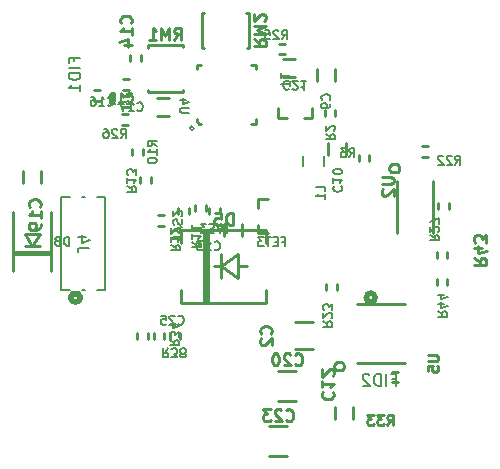
<source format=gbr>
G04 #@! TF.GenerationSoftware,KiCad,Pcbnew,7.0.7*
G04 #@! TF.CreationDate,2024-10-24T15:39:13-07:00*
G04 #@! TF.ProjectId,ESP_POE_1.4a,4553505f-504f-4455-9f31-2e34612e6b69,K*
G04 #@! TF.SameCoordinates,Original*
G04 #@! TF.FileFunction,Legend,Bot*
G04 #@! TF.FilePolarity,Positive*
%FSLAX46Y46*%
G04 Gerber Fmt 4.6, Leading zero omitted, Abs format (unit mm)*
G04 Created by KiCad (PCBNEW 7.0.7) date 2024-10-24 15:39:13*
%MOMM*%
%LPD*%
G01*
G04 APERTURE LIST*
%ADD10C,0.254000*%
%ADD11C,0.150000*%
%ADD12C,0.190500*%
%ADD13C,0.222250*%
%ADD14C,0.508000*%
%ADD15C,0.127000*%
%ADD16C,0.200000*%
%ADD17C,0.400000*%
%ADD18C,0.600000*%
%ADD19C,0.152400*%
G04 APERTURE END LIST*
D10*
X98607251Y-137675257D02*
X98655632Y-137626876D01*
X98655632Y-137626876D02*
X98704012Y-137481733D01*
X98704012Y-137481733D02*
X98704012Y-137384971D01*
X98704012Y-137384971D02*
X98655632Y-137239828D01*
X98655632Y-137239828D02*
X98558870Y-137143066D01*
X98558870Y-137143066D02*
X98462108Y-137094685D01*
X98462108Y-137094685D02*
X98268584Y-137046304D01*
X98268584Y-137046304D02*
X98123441Y-137046304D01*
X98123441Y-137046304D02*
X97929917Y-137094685D01*
X97929917Y-137094685D02*
X97833155Y-137143066D01*
X97833155Y-137143066D02*
X97736393Y-137239828D01*
X97736393Y-137239828D02*
X97688012Y-137384971D01*
X97688012Y-137384971D02*
X97688012Y-137481733D01*
X97688012Y-137481733D02*
X97736393Y-137626876D01*
X97736393Y-137626876D02*
X97784774Y-137675257D01*
X98704012Y-138642876D02*
X98704012Y-138062304D01*
X98704012Y-138352590D02*
X97688012Y-138352590D01*
X97688012Y-138352590D02*
X97833155Y-138255828D01*
X97833155Y-138255828D02*
X97929917Y-138159066D01*
X97929917Y-138159066D02*
X97978298Y-138062304D01*
X98704012Y-139126685D02*
X98704012Y-139320209D01*
X98704012Y-139320209D02*
X98655632Y-139416971D01*
X98655632Y-139416971D02*
X98607251Y-139465352D01*
X98607251Y-139465352D02*
X98462108Y-139562114D01*
X98462108Y-139562114D02*
X98268584Y-139610495D01*
X98268584Y-139610495D02*
X97881536Y-139610495D01*
X97881536Y-139610495D02*
X97784774Y-139562114D01*
X97784774Y-139562114D02*
X97736393Y-139513733D01*
X97736393Y-139513733D02*
X97688012Y-139416971D01*
X97688012Y-139416971D02*
X97688012Y-139223447D01*
X97688012Y-139223447D02*
X97736393Y-139126685D01*
X97736393Y-139126685D02*
X97784774Y-139078304D01*
X97784774Y-139078304D02*
X97881536Y-139029923D01*
X97881536Y-139029923D02*
X98123441Y-139029923D01*
X98123441Y-139029923D02*
X98220203Y-139078304D01*
X98220203Y-139078304D02*
X98268584Y-139126685D01*
X98268584Y-139126685D02*
X98316965Y-139223447D01*
X98316965Y-139223447D02*
X98316965Y-139416971D01*
X98316965Y-139416971D02*
X98268584Y-139513733D01*
X98268584Y-139513733D02*
X98220203Y-139562114D01*
X98220203Y-139562114D02*
X98123441Y-139610495D01*
D11*
X101543709Y-125369771D02*
X101543709Y-125036438D01*
X102067519Y-125036438D02*
X101067519Y-125036438D01*
X101067519Y-125036438D02*
X101067519Y-125512628D01*
X102067519Y-125893581D02*
X101067519Y-125893581D01*
X102067519Y-126369771D02*
X101067519Y-126369771D01*
X101067519Y-126369771D02*
X101067519Y-126607866D01*
X101067519Y-126607866D02*
X101115138Y-126750723D01*
X101115138Y-126750723D02*
X101210376Y-126845961D01*
X101210376Y-126845961D02*
X101305614Y-126893580D01*
X101305614Y-126893580D02*
X101496090Y-126941199D01*
X101496090Y-126941199D02*
X101638947Y-126941199D01*
X101638947Y-126941199D02*
X101829423Y-126893580D01*
X101829423Y-126893580D02*
X101924661Y-126845961D01*
X101924661Y-126845961D02*
X102019900Y-126750723D01*
X102019900Y-126750723D02*
X102067519Y-126607866D01*
X102067519Y-126607866D02*
X102067519Y-126369771D01*
X102067519Y-127893580D02*
X102067519Y-127322152D01*
X102067519Y-127607866D02*
X101067519Y-127607866D01*
X101067519Y-127607866D02*
X101210376Y-127512628D01*
X101210376Y-127512628D02*
X101305614Y-127417390D01*
X101305614Y-127417390D02*
X101353233Y-127322152D01*
D10*
X118190651Y-148420667D02*
X118239032Y-148372286D01*
X118239032Y-148372286D02*
X118287412Y-148227143D01*
X118287412Y-148227143D02*
X118287412Y-148130381D01*
X118287412Y-148130381D02*
X118239032Y-147985238D01*
X118239032Y-147985238D02*
X118142270Y-147888476D01*
X118142270Y-147888476D02*
X118045508Y-147840095D01*
X118045508Y-147840095D02*
X117851984Y-147791714D01*
X117851984Y-147791714D02*
X117706841Y-147791714D01*
X117706841Y-147791714D02*
X117513317Y-147840095D01*
X117513317Y-147840095D02*
X117416555Y-147888476D01*
X117416555Y-147888476D02*
X117319793Y-147985238D01*
X117319793Y-147985238D02*
X117271412Y-148130381D01*
X117271412Y-148130381D02*
X117271412Y-148227143D01*
X117271412Y-148227143D02*
X117319793Y-148372286D01*
X117319793Y-148372286D02*
X117368174Y-148420667D01*
X117368174Y-148807714D02*
X117319793Y-148856095D01*
X117319793Y-148856095D02*
X117271412Y-148952857D01*
X117271412Y-148952857D02*
X117271412Y-149194762D01*
X117271412Y-149194762D02*
X117319793Y-149291524D01*
X117319793Y-149291524D02*
X117368174Y-149339905D01*
X117368174Y-149339905D02*
X117464936Y-149388286D01*
X117464936Y-149388286D02*
X117561698Y-149388286D01*
X117561698Y-149388286D02*
X117706841Y-149339905D01*
X117706841Y-149339905D02*
X118287412Y-148759333D01*
X118287412Y-148759333D02*
X118287412Y-149388286D01*
X120236342Y-151007451D02*
X120284723Y-151055832D01*
X120284723Y-151055832D02*
X120429866Y-151104212D01*
X120429866Y-151104212D02*
X120526628Y-151104212D01*
X120526628Y-151104212D02*
X120671771Y-151055832D01*
X120671771Y-151055832D02*
X120768533Y-150959070D01*
X120768533Y-150959070D02*
X120816914Y-150862308D01*
X120816914Y-150862308D02*
X120865295Y-150668784D01*
X120865295Y-150668784D02*
X120865295Y-150523641D01*
X120865295Y-150523641D02*
X120816914Y-150330117D01*
X120816914Y-150330117D02*
X120768533Y-150233355D01*
X120768533Y-150233355D02*
X120671771Y-150136593D01*
X120671771Y-150136593D02*
X120526628Y-150088212D01*
X120526628Y-150088212D02*
X120429866Y-150088212D01*
X120429866Y-150088212D02*
X120284723Y-150136593D01*
X120284723Y-150136593D02*
X120236342Y-150184974D01*
X119849295Y-150184974D02*
X119800914Y-150136593D01*
X119800914Y-150136593D02*
X119704152Y-150088212D01*
X119704152Y-150088212D02*
X119462247Y-150088212D01*
X119462247Y-150088212D02*
X119365485Y-150136593D01*
X119365485Y-150136593D02*
X119317104Y-150184974D01*
X119317104Y-150184974D02*
X119268723Y-150281736D01*
X119268723Y-150281736D02*
X119268723Y-150378498D01*
X119268723Y-150378498D02*
X119317104Y-150523641D01*
X119317104Y-150523641D02*
X119897676Y-151104212D01*
X119897676Y-151104212D02*
X119268723Y-151104212D01*
X118639771Y-150088212D02*
X118543009Y-150088212D01*
X118543009Y-150088212D02*
X118446247Y-150136593D01*
X118446247Y-150136593D02*
X118397866Y-150184974D01*
X118397866Y-150184974D02*
X118349485Y-150281736D01*
X118349485Y-150281736D02*
X118301104Y-150475260D01*
X118301104Y-150475260D02*
X118301104Y-150717165D01*
X118301104Y-150717165D02*
X118349485Y-150910689D01*
X118349485Y-150910689D02*
X118397866Y-151007451D01*
X118397866Y-151007451D02*
X118446247Y-151055832D01*
X118446247Y-151055832D02*
X118543009Y-151104212D01*
X118543009Y-151104212D02*
X118639771Y-151104212D01*
X118639771Y-151104212D02*
X118736533Y-151055832D01*
X118736533Y-151055832D02*
X118784914Y-151007451D01*
X118784914Y-151007451D02*
X118833295Y-150910689D01*
X118833295Y-150910689D02*
X118881676Y-150717165D01*
X118881676Y-150717165D02*
X118881676Y-150475260D01*
X118881676Y-150475260D02*
X118833295Y-150281736D01*
X118833295Y-150281736D02*
X118784914Y-150184974D01*
X118784914Y-150184974D02*
X118736533Y-150136593D01*
X118736533Y-150136593D02*
X118639771Y-150088212D01*
X119474342Y-155731851D02*
X119522723Y-155780232D01*
X119522723Y-155780232D02*
X119667866Y-155828612D01*
X119667866Y-155828612D02*
X119764628Y-155828612D01*
X119764628Y-155828612D02*
X119909771Y-155780232D01*
X119909771Y-155780232D02*
X120006533Y-155683470D01*
X120006533Y-155683470D02*
X120054914Y-155586708D01*
X120054914Y-155586708D02*
X120103295Y-155393184D01*
X120103295Y-155393184D02*
X120103295Y-155248041D01*
X120103295Y-155248041D02*
X120054914Y-155054517D01*
X120054914Y-155054517D02*
X120006533Y-154957755D01*
X120006533Y-154957755D02*
X119909771Y-154860993D01*
X119909771Y-154860993D02*
X119764628Y-154812612D01*
X119764628Y-154812612D02*
X119667866Y-154812612D01*
X119667866Y-154812612D02*
X119522723Y-154860993D01*
X119522723Y-154860993D02*
X119474342Y-154909374D01*
X119087295Y-154909374D02*
X119038914Y-154860993D01*
X119038914Y-154860993D02*
X118942152Y-154812612D01*
X118942152Y-154812612D02*
X118700247Y-154812612D01*
X118700247Y-154812612D02*
X118603485Y-154860993D01*
X118603485Y-154860993D02*
X118555104Y-154909374D01*
X118555104Y-154909374D02*
X118506723Y-155006136D01*
X118506723Y-155006136D02*
X118506723Y-155102898D01*
X118506723Y-155102898D02*
X118555104Y-155248041D01*
X118555104Y-155248041D02*
X119135676Y-155828612D01*
X119135676Y-155828612D02*
X118506723Y-155828612D01*
X118168057Y-154812612D02*
X117539104Y-154812612D01*
X117539104Y-154812612D02*
X117877771Y-155199660D01*
X117877771Y-155199660D02*
X117732628Y-155199660D01*
X117732628Y-155199660D02*
X117635866Y-155248041D01*
X117635866Y-155248041D02*
X117587485Y-155296422D01*
X117587485Y-155296422D02*
X117539104Y-155393184D01*
X117539104Y-155393184D02*
X117539104Y-155635089D01*
X117539104Y-155635089D02*
X117587485Y-155731851D01*
X117587485Y-155731851D02*
X117635866Y-155780232D01*
X117635866Y-155780232D02*
X117732628Y-155828612D01*
X117732628Y-155828612D02*
X118022914Y-155828612D01*
X118022914Y-155828612D02*
X118119676Y-155780232D01*
X118119676Y-155780232D02*
X118168057Y-155731851D01*
D12*
X124815599Y-133464009D02*
X125069599Y-133101152D01*
X125251028Y-133464009D02*
X125251028Y-132702009D01*
X125251028Y-132702009D02*
X124960742Y-132702009D01*
X124960742Y-132702009D02*
X124888171Y-132738295D01*
X124888171Y-132738295D02*
X124851885Y-132774581D01*
X124851885Y-132774581D02*
X124815599Y-132847152D01*
X124815599Y-132847152D02*
X124815599Y-132956009D01*
X124815599Y-132956009D02*
X124851885Y-133028581D01*
X124851885Y-133028581D02*
X124888171Y-133064866D01*
X124888171Y-133064866D02*
X124960742Y-133101152D01*
X124960742Y-133101152D02*
X125251028Y-133101152D01*
X124561599Y-132702009D02*
X124089885Y-132702009D01*
X124089885Y-132702009D02*
X124343885Y-132992295D01*
X124343885Y-132992295D02*
X124235028Y-132992295D01*
X124235028Y-132992295D02*
X124162457Y-133028581D01*
X124162457Y-133028581D02*
X124126171Y-133064866D01*
X124126171Y-133064866D02*
X124089885Y-133137438D01*
X124089885Y-133137438D02*
X124089885Y-133318866D01*
X124089885Y-133318866D02*
X124126171Y-133391438D01*
X124126171Y-133391438D02*
X124162457Y-133427724D01*
X124162457Y-133427724D02*
X124235028Y-133464009D01*
X124235028Y-133464009D02*
X124452742Y-133464009D01*
X124452742Y-133464009D02*
X124525314Y-133427724D01*
X124525314Y-133427724D02*
X124561599Y-133391438D01*
X123529561Y-135922656D02*
X123493276Y-135958942D01*
X123493276Y-135958942D02*
X123456990Y-136067799D01*
X123456990Y-136067799D02*
X123456990Y-136140371D01*
X123456990Y-136140371D02*
X123493276Y-136249228D01*
X123493276Y-136249228D02*
X123565847Y-136321799D01*
X123565847Y-136321799D02*
X123638418Y-136358085D01*
X123638418Y-136358085D02*
X123783561Y-136394371D01*
X123783561Y-136394371D02*
X123892418Y-136394371D01*
X123892418Y-136394371D02*
X124037561Y-136358085D01*
X124037561Y-136358085D02*
X124110133Y-136321799D01*
X124110133Y-136321799D02*
X124182704Y-136249228D01*
X124182704Y-136249228D02*
X124218990Y-136140371D01*
X124218990Y-136140371D02*
X124218990Y-136067799D01*
X124218990Y-136067799D02*
X124182704Y-135958942D01*
X124182704Y-135958942D02*
X124146418Y-135922656D01*
X123456990Y-135196942D02*
X123456990Y-135632371D01*
X123456990Y-135414656D02*
X124218990Y-135414656D01*
X124218990Y-135414656D02*
X124110133Y-135487228D01*
X124110133Y-135487228D02*
X124037561Y-135559799D01*
X124037561Y-135559799D02*
X124001276Y-135632371D01*
X124218990Y-134725228D02*
X124218990Y-134652657D01*
X124218990Y-134652657D02*
X124182704Y-134580085D01*
X124182704Y-134580085D02*
X124146418Y-134543800D01*
X124146418Y-134543800D02*
X124073847Y-134507514D01*
X124073847Y-134507514D02*
X123928704Y-134471228D01*
X123928704Y-134471228D02*
X123747276Y-134471228D01*
X123747276Y-134471228D02*
X123602133Y-134507514D01*
X123602133Y-134507514D02*
X123529561Y-134543800D01*
X123529561Y-134543800D02*
X123493276Y-134580085D01*
X123493276Y-134580085D02*
X123456990Y-134652657D01*
X123456990Y-134652657D02*
X123456990Y-134725228D01*
X123456990Y-134725228D02*
X123493276Y-134797800D01*
X123493276Y-134797800D02*
X123529561Y-134834085D01*
X123529561Y-134834085D02*
X123602133Y-134870371D01*
X123602133Y-134870371D02*
X123747276Y-134906657D01*
X123747276Y-134906657D02*
X123928704Y-134906657D01*
X123928704Y-134906657D02*
X124073847Y-134870371D01*
X124073847Y-134870371D02*
X124146418Y-134834085D01*
X124146418Y-134834085D02*
X124182704Y-134797800D01*
X124182704Y-134797800D02*
X124218990Y-134725228D01*
X106026856Y-128717838D02*
X106063142Y-128754124D01*
X106063142Y-128754124D02*
X106171999Y-128790409D01*
X106171999Y-128790409D02*
X106244571Y-128790409D01*
X106244571Y-128790409D02*
X106353428Y-128754124D01*
X106353428Y-128754124D02*
X106425999Y-128681552D01*
X106425999Y-128681552D02*
X106462285Y-128608981D01*
X106462285Y-128608981D02*
X106498571Y-128463838D01*
X106498571Y-128463838D02*
X106498571Y-128354981D01*
X106498571Y-128354981D02*
X106462285Y-128209838D01*
X106462285Y-128209838D02*
X106425999Y-128137266D01*
X106425999Y-128137266D02*
X106353428Y-128064695D01*
X106353428Y-128064695D02*
X106244571Y-128028409D01*
X106244571Y-128028409D02*
X106171999Y-128028409D01*
X106171999Y-128028409D02*
X106063142Y-128064695D01*
X106063142Y-128064695D02*
X106026856Y-128100981D01*
X105301142Y-128790409D02*
X105736571Y-128790409D01*
X105518856Y-128790409D02*
X105518856Y-128028409D01*
X105518856Y-128028409D02*
X105591428Y-128137266D01*
X105591428Y-128137266D02*
X105663999Y-128209838D01*
X105663999Y-128209838D02*
X105736571Y-128246124D01*
X104865714Y-128354981D02*
X104938285Y-128318695D01*
X104938285Y-128318695D02*
X104974571Y-128282409D01*
X104974571Y-128282409D02*
X105010857Y-128209838D01*
X105010857Y-128209838D02*
X105010857Y-128173552D01*
X105010857Y-128173552D02*
X104974571Y-128100981D01*
X104974571Y-128100981D02*
X104938285Y-128064695D01*
X104938285Y-128064695D02*
X104865714Y-128028409D01*
X104865714Y-128028409D02*
X104720571Y-128028409D01*
X104720571Y-128028409D02*
X104648000Y-128064695D01*
X104648000Y-128064695D02*
X104611714Y-128100981D01*
X104611714Y-128100981D02*
X104575428Y-128173552D01*
X104575428Y-128173552D02*
X104575428Y-128209838D01*
X104575428Y-128209838D02*
X104611714Y-128282409D01*
X104611714Y-128282409D02*
X104648000Y-128318695D01*
X104648000Y-128318695D02*
X104720571Y-128354981D01*
X104720571Y-128354981D02*
X104865714Y-128354981D01*
X104865714Y-128354981D02*
X104938285Y-128391266D01*
X104938285Y-128391266D02*
X104974571Y-128427552D01*
X104974571Y-128427552D02*
X105010857Y-128500124D01*
X105010857Y-128500124D02*
X105010857Y-128645266D01*
X105010857Y-128645266D02*
X104974571Y-128717838D01*
X104974571Y-128717838D02*
X104938285Y-128754124D01*
X104938285Y-128754124D02*
X104865714Y-128790409D01*
X104865714Y-128790409D02*
X104720571Y-128790409D01*
X104720571Y-128790409D02*
X104648000Y-128754124D01*
X104648000Y-128754124D02*
X104611714Y-128717838D01*
X104611714Y-128717838D02*
X104575428Y-128645266D01*
X104575428Y-128645266D02*
X104575428Y-128500124D01*
X104575428Y-128500124D02*
X104611714Y-128427552D01*
X104611714Y-128427552D02*
X104648000Y-128391266D01*
X104648000Y-128391266D02*
X104720571Y-128354981D01*
X119728343Y-127060161D02*
X119692057Y-127023876D01*
X119692057Y-127023876D02*
X119583200Y-126987590D01*
X119583200Y-126987590D02*
X119510628Y-126987590D01*
X119510628Y-126987590D02*
X119401771Y-127023876D01*
X119401771Y-127023876D02*
X119329200Y-127096447D01*
X119329200Y-127096447D02*
X119292914Y-127169018D01*
X119292914Y-127169018D02*
X119256628Y-127314161D01*
X119256628Y-127314161D02*
X119256628Y-127423018D01*
X119256628Y-127423018D02*
X119292914Y-127568161D01*
X119292914Y-127568161D02*
X119329200Y-127640733D01*
X119329200Y-127640733D02*
X119401771Y-127713304D01*
X119401771Y-127713304D02*
X119510628Y-127749590D01*
X119510628Y-127749590D02*
X119583200Y-127749590D01*
X119583200Y-127749590D02*
X119692057Y-127713304D01*
X119692057Y-127713304D02*
X119728343Y-127677018D01*
X120018628Y-127677018D02*
X120054914Y-127713304D01*
X120054914Y-127713304D02*
X120127486Y-127749590D01*
X120127486Y-127749590D02*
X120308914Y-127749590D01*
X120308914Y-127749590D02*
X120381486Y-127713304D01*
X120381486Y-127713304D02*
X120417771Y-127677018D01*
X120417771Y-127677018D02*
X120454057Y-127604447D01*
X120454057Y-127604447D02*
X120454057Y-127531876D01*
X120454057Y-127531876D02*
X120417771Y-127423018D01*
X120417771Y-127423018D02*
X119982343Y-126987590D01*
X119982343Y-126987590D02*
X120454057Y-126987590D01*
X121179771Y-126987590D02*
X120744342Y-126987590D01*
X120962057Y-126987590D02*
X120962057Y-127749590D01*
X120962057Y-127749590D02*
X120889485Y-127640733D01*
X120889485Y-127640733D02*
X120816914Y-127568161D01*
X120816914Y-127568161D02*
X120744342Y-127531876D01*
X106865056Y-129505238D02*
X106901342Y-129541524D01*
X106901342Y-129541524D02*
X107010199Y-129577809D01*
X107010199Y-129577809D02*
X107082771Y-129577809D01*
X107082771Y-129577809D02*
X107191628Y-129541524D01*
X107191628Y-129541524D02*
X107264199Y-129468952D01*
X107264199Y-129468952D02*
X107300485Y-129396381D01*
X107300485Y-129396381D02*
X107336771Y-129251238D01*
X107336771Y-129251238D02*
X107336771Y-129142381D01*
X107336771Y-129142381D02*
X107300485Y-128997238D01*
X107300485Y-128997238D02*
X107264199Y-128924666D01*
X107264199Y-128924666D02*
X107191628Y-128852095D01*
X107191628Y-128852095D02*
X107082771Y-128815809D01*
X107082771Y-128815809D02*
X107010199Y-128815809D01*
X107010199Y-128815809D02*
X106901342Y-128852095D01*
X106901342Y-128852095D02*
X106865056Y-128888381D01*
X106139342Y-129577809D02*
X106574771Y-129577809D01*
X106357056Y-129577809D02*
X106357056Y-128815809D01*
X106357056Y-128815809D02*
X106429628Y-128924666D01*
X106429628Y-128924666D02*
X106502199Y-128997238D01*
X106502199Y-128997238D02*
X106574771Y-129033524D01*
X105885342Y-128815809D02*
X105377342Y-128815809D01*
X105377342Y-128815809D02*
X105703914Y-129577809D01*
X122745209Y-136347200D02*
X122745209Y-135984343D01*
X122745209Y-135984343D02*
X121983209Y-135984343D01*
X122745209Y-137000343D02*
X122745209Y-136564914D01*
X122745209Y-136782629D02*
X121983209Y-136782629D01*
X121983209Y-136782629D02*
X122092066Y-136710057D01*
X122092066Y-136710057D02*
X122164638Y-136637486D01*
X122164638Y-136637486D02*
X122200924Y-136564914D01*
X111255314Y-129723848D02*
X110638457Y-129723848D01*
X110638457Y-129723848D02*
X110565885Y-129687562D01*
X110565885Y-129687562D02*
X110529600Y-129651277D01*
X110529600Y-129651277D02*
X110493314Y-129578705D01*
X110493314Y-129578705D02*
X110493314Y-129433562D01*
X110493314Y-129433562D02*
X110529600Y-129360991D01*
X110529600Y-129360991D02*
X110565885Y-129324705D01*
X110565885Y-129324705D02*
X110638457Y-129288419D01*
X110638457Y-129288419D02*
X111255314Y-129288419D01*
X111001314Y-128598991D02*
X110493314Y-128598991D01*
X111291600Y-128780419D02*
X110747314Y-128961848D01*
X110747314Y-128961848D02*
X110747314Y-128490133D01*
X119773990Y-127453570D02*
X119773990Y-127018142D01*
X119011990Y-127235856D02*
X119773990Y-127235856D01*
X119011990Y-126364999D02*
X119011990Y-126800428D01*
X119011990Y-126582713D02*
X119773990Y-126582713D01*
X119773990Y-126582713D02*
X119665133Y-126655285D01*
X119665133Y-126655285D02*
X119592561Y-126727856D01*
X119592561Y-126727856D02*
X119556276Y-126800428D01*
X109753690Y-140926456D02*
X110116547Y-141180456D01*
X109753690Y-141361885D02*
X110515690Y-141361885D01*
X110515690Y-141361885D02*
X110515690Y-141071599D01*
X110515690Y-141071599D02*
X110479404Y-140999028D01*
X110479404Y-140999028D02*
X110443118Y-140962742D01*
X110443118Y-140962742D02*
X110370547Y-140926456D01*
X110370547Y-140926456D02*
X110261690Y-140926456D01*
X110261690Y-140926456D02*
X110189118Y-140962742D01*
X110189118Y-140962742D02*
X110152833Y-140999028D01*
X110152833Y-140999028D02*
X110116547Y-141071599D01*
X110116547Y-141071599D02*
X110116547Y-141361885D01*
X109753690Y-140200742D02*
X109753690Y-140636171D01*
X109753690Y-140418456D02*
X110515690Y-140418456D01*
X110515690Y-140418456D02*
X110406833Y-140491028D01*
X110406833Y-140491028D02*
X110334261Y-140563599D01*
X110334261Y-140563599D02*
X110297976Y-140636171D01*
X110443118Y-139910457D02*
X110479404Y-139874171D01*
X110479404Y-139874171D02*
X110515690Y-139801600D01*
X110515690Y-139801600D02*
X110515690Y-139620171D01*
X110515690Y-139620171D02*
X110479404Y-139547600D01*
X110479404Y-139547600D02*
X110443118Y-139511314D01*
X110443118Y-139511314D02*
X110370547Y-139475028D01*
X110370547Y-139475028D02*
X110297976Y-139475028D01*
X110297976Y-139475028D02*
X110189118Y-139511314D01*
X110189118Y-139511314D02*
X109753690Y-139946742D01*
X109753690Y-139946742D02*
X109753690Y-139475028D01*
X122847390Y-131521199D02*
X123210247Y-131775199D01*
X122847390Y-131956628D02*
X123609390Y-131956628D01*
X123609390Y-131956628D02*
X123609390Y-131666342D01*
X123609390Y-131666342D02*
X123573104Y-131593771D01*
X123573104Y-131593771D02*
X123536818Y-131557485D01*
X123536818Y-131557485D02*
X123464247Y-131521199D01*
X123464247Y-131521199D02*
X123355390Y-131521199D01*
X123355390Y-131521199D02*
X123282818Y-131557485D01*
X123282818Y-131557485D02*
X123246533Y-131593771D01*
X123246533Y-131593771D02*
X123210247Y-131666342D01*
X123210247Y-131666342D02*
X123210247Y-131956628D01*
X123536818Y-131230914D02*
X123573104Y-131194628D01*
X123573104Y-131194628D02*
X123609390Y-131122057D01*
X123609390Y-131122057D02*
X123609390Y-130940628D01*
X123609390Y-130940628D02*
X123573104Y-130868057D01*
X123573104Y-130868057D02*
X123536818Y-130831771D01*
X123536818Y-130831771D02*
X123464247Y-130795485D01*
X123464247Y-130795485D02*
X123391676Y-130795485D01*
X123391676Y-130795485D02*
X123282818Y-130831771D01*
X123282818Y-130831771D02*
X122847390Y-131267199D01*
X122847390Y-131267199D02*
X122847390Y-130795485D01*
X123155238Y-128612900D02*
X123191524Y-128576614D01*
X123191524Y-128576614D02*
X123227809Y-128467757D01*
X123227809Y-128467757D02*
X123227809Y-128395185D01*
X123227809Y-128395185D02*
X123191524Y-128286328D01*
X123191524Y-128286328D02*
X123118952Y-128213757D01*
X123118952Y-128213757D02*
X123046381Y-128177471D01*
X123046381Y-128177471D02*
X122901238Y-128141185D01*
X122901238Y-128141185D02*
X122792381Y-128141185D01*
X122792381Y-128141185D02*
X122647238Y-128177471D01*
X122647238Y-128177471D02*
X122574666Y-128213757D01*
X122574666Y-128213757D02*
X122502095Y-128286328D01*
X122502095Y-128286328D02*
X122465809Y-128395185D01*
X122465809Y-128395185D02*
X122465809Y-128467757D01*
X122465809Y-128467757D02*
X122502095Y-128576614D01*
X122502095Y-128576614D02*
X122538381Y-128612900D01*
X123227809Y-128975757D02*
X123227809Y-129120900D01*
X123227809Y-129120900D02*
X123191524Y-129193471D01*
X123191524Y-129193471D02*
X123155238Y-129229757D01*
X123155238Y-129229757D02*
X123046381Y-129302328D01*
X123046381Y-129302328D02*
X122901238Y-129338614D01*
X122901238Y-129338614D02*
X122610952Y-129338614D01*
X122610952Y-129338614D02*
X122538381Y-129302328D01*
X122538381Y-129302328D02*
X122502095Y-129266043D01*
X122502095Y-129266043D02*
X122465809Y-129193471D01*
X122465809Y-129193471D02*
X122465809Y-129048328D01*
X122465809Y-129048328D02*
X122502095Y-128975757D01*
X122502095Y-128975757D02*
X122538381Y-128939471D01*
X122538381Y-128939471D02*
X122610952Y-128903185D01*
X122610952Y-128903185D02*
X122792381Y-128903185D01*
X122792381Y-128903185D02*
X122864952Y-128939471D01*
X122864952Y-128939471D02*
X122901238Y-128975757D01*
X122901238Y-128975757D02*
X122937524Y-129048328D01*
X122937524Y-129048328D02*
X122937524Y-129193471D01*
X122937524Y-129193471D02*
X122901238Y-129266043D01*
X122901238Y-129266043D02*
X122864952Y-129302328D01*
X122864952Y-129302328D02*
X122792381Y-129338614D01*
X119161559Y-140634066D02*
X119415559Y-140634066D01*
X119415559Y-141033209D02*
X119415559Y-140271209D01*
X119415559Y-140271209D02*
X119052702Y-140271209D01*
X118762416Y-140634066D02*
X118508416Y-140634066D01*
X118399559Y-141033209D02*
X118762416Y-141033209D01*
X118762416Y-141033209D02*
X118762416Y-140271209D01*
X118762416Y-140271209D02*
X118399559Y-140271209D01*
X118181844Y-140271209D02*
X117746416Y-140271209D01*
X117964130Y-141033209D02*
X117964130Y-140271209D01*
X117564987Y-140271209D02*
X117093273Y-140271209D01*
X117093273Y-140271209D02*
X117347273Y-140561495D01*
X117347273Y-140561495D02*
X117238416Y-140561495D01*
X117238416Y-140561495D02*
X117165845Y-140597781D01*
X117165845Y-140597781D02*
X117129559Y-140634066D01*
X117129559Y-140634066D02*
X117093273Y-140706638D01*
X117093273Y-140706638D02*
X117093273Y-140888066D01*
X117093273Y-140888066D02*
X117129559Y-140960638D01*
X117129559Y-140960638D02*
X117165845Y-140996924D01*
X117165845Y-140996924D02*
X117238416Y-141033209D01*
X117238416Y-141033209D02*
X117456130Y-141033209D01*
X117456130Y-141033209D02*
X117528702Y-140996924D01*
X117528702Y-140996924D02*
X117564987Y-140960638D01*
X119107856Y-123507209D02*
X119361856Y-123144352D01*
X119543285Y-123507209D02*
X119543285Y-122745209D01*
X119543285Y-122745209D02*
X119252999Y-122745209D01*
X119252999Y-122745209D02*
X119180428Y-122781495D01*
X119180428Y-122781495D02*
X119144142Y-122817781D01*
X119144142Y-122817781D02*
X119107856Y-122890352D01*
X119107856Y-122890352D02*
X119107856Y-122999209D01*
X119107856Y-122999209D02*
X119144142Y-123071781D01*
X119144142Y-123071781D02*
X119180428Y-123108066D01*
X119180428Y-123108066D02*
X119252999Y-123144352D01*
X119252999Y-123144352D02*
X119543285Y-123144352D01*
X118817571Y-122817781D02*
X118781285Y-122781495D01*
X118781285Y-122781495D02*
X118708714Y-122745209D01*
X118708714Y-122745209D02*
X118527285Y-122745209D01*
X118527285Y-122745209D02*
X118454714Y-122781495D01*
X118454714Y-122781495D02*
X118418428Y-122817781D01*
X118418428Y-122817781D02*
X118382142Y-122890352D01*
X118382142Y-122890352D02*
X118382142Y-122962924D01*
X118382142Y-122962924D02*
X118418428Y-123071781D01*
X118418428Y-123071781D02*
X118853856Y-123507209D01*
X118853856Y-123507209D02*
X118382142Y-123507209D01*
X117692714Y-122745209D02*
X118055571Y-122745209D01*
X118055571Y-122745209D02*
X118091857Y-123108066D01*
X118091857Y-123108066D02*
X118055571Y-123071781D01*
X118055571Y-123071781D02*
X117983000Y-123035495D01*
X117983000Y-123035495D02*
X117801571Y-123035495D01*
X117801571Y-123035495D02*
X117729000Y-123071781D01*
X117729000Y-123071781D02*
X117692714Y-123108066D01*
X117692714Y-123108066D02*
X117656428Y-123180638D01*
X117656428Y-123180638D02*
X117656428Y-123362066D01*
X117656428Y-123362066D02*
X117692714Y-123434638D01*
X117692714Y-123434638D02*
X117729000Y-123470924D01*
X117729000Y-123470924D02*
X117801571Y-123507209D01*
X117801571Y-123507209D02*
X117983000Y-123507209D01*
X117983000Y-123507209D02*
X118055571Y-123470924D01*
X118055571Y-123470924D02*
X118091857Y-123434638D01*
X104375856Y-129048038D02*
X104412142Y-129084324D01*
X104412142Y-129084324D02*
X104520999Y-129120609D01*
X104520999Y-129120609D02*
X104593571Y-129120609D01*
X104593571Y-129120609D02*
X104702428Y-129084324D01*
X104702428Y-129084324D02*
X104774999Y-129011752D01*
X104774999Y-129011752D02*
X104811285Y-128939181D01*
X104811285Y-128939181D02*
X104847571Y-128794038D01*
X104847571Y-128794038D02*
X104847571Y-128685181D01*
X104847571Y-128685181D02*
X104811285Y-128540038D01*
X104811285Y-128540038D02*
X104774999Y-128467466D01*
X104774999Y-128467466D02*
X104702428Y-128394895D01*
X104702428Y-128394895D02*
X104593571Y-128358609D01*
X104593571Y-128358609D02*
X104520999Y-128358609D01*
X104520999Y-128358609D02*
X104412142Y-128394895D01*
X104412142Y-128394895D02*
X104375856Y-128431181D01*
X103650142Y-129120609D02*
X104085571Y-129120609D01*
X103867856Y-129120609D02*
X103867856Y-128358609D01*
X103867856Y-128358609D02*
X103940428Y-128467466D01*
X103940428Y-128467466D02*
X104012999Y-128540038D01*
X104012999Y-128540038D02*
X104085571Y-128576324D01*
X102997000Y-128358609D02*
X103142142Y-128358609D01*
X103142142Y-128358609D02*
X103214714Y-128394895D01*
X103214714Y-128394895D02*
X103251000Y-128431181D01*
X103251000Y-128431181D02*
X103323571Y-128540038D01*
X103323571Y-128540038D02*
X103359857Y-128685181D01*
X103359857Y-128685181D02*
X103359857Y-128975466D01*
X103359857Y-128975466D02*
X103323571Y-129048038D01*
X103323571Y-129048038D02*
X103287285Y-129084324D01*
X103287285Y-129084324D02*
X103214714Y-129120609D01*
X103214714Y-129120609D02*
X103069571Y-129120609D01*
X103069571Y-129120609D02*
X102997000Y-129084324D01*
X102997000Y-129084324D02*
X102960714Y-129048038D01*
X102960714Y-129048038D02*
X102924428Y-128975466D01*
X102924428Y-128975466D02*
X102924428Y-128794038D01*
X102924428Y-128794038D02*
X102960714Y-128721466D01*
X102960714Y-128721466D02*
X102997000Y-128685181D01*
X102997000Y-128685181D02*
X103069571Y-128648895D01*
X103069571Y-128648895D02*
X103214714Y-128648895D01*
X103214714Y-128648895D02*
X103287285Y-128685181D01*
X103287285Y-128685181D02*
X103323571Y-128721466D01*
X103323571Y-128721466D02*
X103359857Y-128794038D01*
X105468056Y-131851109D02*
X105722056Y-131488252D01*
X105903485Y-131851109D02*
X105903485Y-131089109D01*
X105903485Y-131089109D02*
X105613199Y-131089109D01*
X105613199Y-131089109D02*
X105540628Y-131125395D01*
X105540628Y-131125395D02*
X105504342Y-131161681D01*
X105504342Y-131161681D02*
X105468056Y-131234252D01*
X105468056Y-131234252D02*
X105468056Y-131343109D01*
X105468056Y-131343109D02*
X105504342Y-131415681D01*
X105504342Y-131415681D02*
X105540628Y-131451966D01*
X105540628Y-131451966D02*
X105613199Y-131488252D01*
X105613199Y-131488252D02*
X105903485Y-131488252D01*
X105177771Y-131161681D02*
X105141485Y-131125395D01*
X105141485Y-131125395D02*
X105068914Y-131089109D01*
X105068914Y-131089109D02*
X104887485Y-131089109D01*
X104887485Y-131089109D02*
X104814914Y-131125395D01*
X104814914Y-131125395D02*
X104778628Y-131161681D01*
X104778628Y-131161681D02*
X104742342Y-131234252D01*
X104742342Y-131234252D02*
X104742342Y-131306824D01*
X104742342Y-131306824D02*
X104778628Y-131415681D01*
X104778628Y-131415681D02*
X105214056Y-131851109D01*
X105214056Y-131851109D02*
X104742342Y-131851109D01*
X104089200Y-131089109D02*
X104234342Y-131089109D01*
X104234342Y-131089109D02*
X104306914Y-131125395D01*
X104306914Y-131125395D02*
X104343200Y-131161681D01*
X104343200Y-131161681D02*
X104415771Y-131270538D01*
X104415771Y-131270538D02*
X104452057Y-131415681D01*
X104452057Y-131415681D02*
X104452057Y-131705966D01*
X104452057Y-131705966D02*
X104415771Y-131778538D01*
X104415771Y-131778538D02*
X104379485Y-131814824D01*
X104379485Y-131814824D02*
X104306914Y-131851109D01*
X104306914Y-131851109D02*
X104161771Y-131851109D01*
X104161771Y-131851109D02*
X104089200Y-131814824D01*
X104089200Y-131814824D02*
X104052914Y-131778538D01*
X104052914Y-131778538D02*
X104016628Y-131705966D01*
X104016628Y-131705966D02*
X104016628Y-131524538D01*
X104016628Y-131524538D02*
X104052914Y-131451966D01*
X104052914Y-131451966D02*
X104089200Y-131415681D01*
X104089200Y-131415681D02*
X104161771Y-131379395D01*
X104161771Y-131379395D02*
X104306914Y-131379395D01*
X104306914Y-131379395D02*
X104379485Y-131415681D01*
X104379485Y-131415681D02*
X104415771Y-131451966D01*
X104415771Y-131451966D02*
X104452057Y-131524538D01*
X113418256Y-141278138D02*
X113454542Y-141314424D01*
X113454542Y-141314424D02*
X113563399Y-141350709D01*
X113563399Y-141350709D02*
X113635971Y-141350709D01*
X113635971Y-141350709D02*
X113744828Y-141314424D01*
X113744828Y-141314424D02*
X113817399Y-141241852D01*
X113817399Y-141241852D02*
X113853685Y-141169281D01*
X113853685Y-141169281D02*
X113889971Y-141024138D01*
X113889971Y-141024138D02*
X113889971Y-140915281D01*
X113889971Y-140915281D02*
X113853685Y-140770138D01*
X113853685Y-140770138D02*
X113817399Y-140697566D01*
X113817399Y-140697566D02*
X113744828Y-140624995D01*
X113744828Y-140624995D02*
X113635971Y-140588709D01*
X113635971Y-140588709D02*
X113563399Y-140588709D01*
X113563399Y-140588709D02*
X113454542Y-140624995D01*
X113454542Y-140624995D02*
X113418256Y-140661281D01*
X112692542Y-141350709D02*
X113127971Y-141350709D01*
X112910256Y-141350709D02*
X112910256Y-140588709D01*
X112910256Y-140588709D02*
X112982828Y-140697566D01*
X112982828Y-140697566D02*
X113055399Y-140770138D01*
X113055399Y-140770138D02*
X113127971Y-140806424D01*
X112438542Y-140588709D02*
X111966828Y-140588709D01*
X111966828Y-140588709D02*
X112220828Y-140878995D01*
X112220828Y-140878995D02*
X112111971Y-140878995D01*
X112111971Y-140878995D02*
X112039400Y-140915281D01*
X112039400Y-140915281D02*
X112003114Y-140951566D01*
X112003114Y-140951566D02*
X111966828Y-141024138D01*
X111966828Y-141024138D02*
X111966828Y-141205566D01*
X111966828Y-141205566D02*
X112003114Y-141278138D01*
X112003114Y-141278138D02*
X112039400Y-141314424D01*
X112039400Y-141314424D02*
X112111971Y-141350709D01*
X112111971Y-141350709D02*
X112329685Y-141350709D01*
X112329685Y-141350709D02*
X112402257Y-141314424D01*
X112402257Y-141314424D02*
X112438542Y-141278138D01*
X111493590Y-140672456D02*
X111856447Y-140926456D01*
X111493590Y-141107885D02*
X112255590Y-141107885D01*
X112255590Y-141107885D02*
X112255590Y-140817599D01*
X112255590Y-140817599D02*
X112219304Y-140745028D01*
X112219304Y-140745028D02*
X112183018Y-140708742D01*
X112183018Y-140708742D02*
X112110447Y-140672456D01*
X112110447Y-140672456D02*
X112001590Y-140672456D01*
X112001590Y-140672456D02*
X111929018Y-140708742D01*
X111929018Y-140708742D02*
X111892733Y-140745028D01*
X111892733Y-140745028D02*
X111856447Y-140817599D01*
X111856447Y-140817599D02*
X111856447Y-141107885D01*
X111493590Y-139946742D02*
X111493590Y-140382171D01*
X111493590Y-140164456D02*
X112255590Y-140164456D01*
X112255590Y-140164456D02*
X112146733Y-140237028D01*
X112146733Y-140237028D02*
X112074161Y-140309599D01*
X112074161Y-140309599D02*
X112037876Y-140382171D01*
X111493590Y-139221028D02*
X111493590Y-139656457D01*
X111493590Y-139438742D02*
X112255590Y-139438742D01*
X112255590Y-139438742D02*
X112146733Y-139511314D01*
X112146733Y-139511314D02*
X112074161Y-139583885D01*
X112074161Y-139583885D02*
X112037876Y-139656457D01*
X108508509Y-132529943D02*
X108145652Y-132275943D01*
X108508509Y-132094514D02*
X107746509Y-132094514D01*
X107746509Y-132094514D02*
X107746509Y-132384800D01*
X107746509Y-132384800D02*
X107782795Y-132457371D01*
X107782795Y-132457371D02*
X107819081Y-132493657D01*
X107819081Y-132493657D02*
X107891652Y-132529943D01*
X107891652Y-132529943D02*
X108000509Y-132529943D01*
X108000509Y-132529943D02*
X108073081Y-132493657D01*
X108073081Y-132493657D02*
X108109366Y-132457371D01*
X108109366Y-132457371D02*
X108145652Y-132384800D01*
X108145652Y-132384800D02*
X108145652Y-132094514D01*
X108508509Y-133255657D02*
X108508509Y-132820228D01*
X108508509Y-133037943D02*
X107746509Y-133037943D01*
X107746509Y-133037943D02*
X107855366Y-132965371D01*
X107855366Y-132965371D02*
X107927938Y-132892800D01*
X107927938Y-132892800D02*
X107964224Y-132820228D01*
X107746509Y-133727371D02*
X107746509Y-133799942D01*
X107746509Y-133799942D02*
X107782795Y-133872514D01*
X107782795Y-133872514D02*
X107819081Y-133908800D01*
X107819081Y-133908800D02*
X107891652Y-133945085D01*
X107891652Y-133945085D02*
X108036795Y-133981371D01*
X108036795Y-133981371D02*
X108218224Y-133981371D01*
X108218224Y-133981371D02*
X108363366Y-133945085D01*
X108363366Y-133945085D02*
X108435938Y-133908800D01*
X108435938Y-133908800D02*
X108472224Y-133872514D01*
X108472224Y-133872514D02*
X108508509Y-133799942D01*
X108508509Y-133799942D02*
X108508509Y-133727371D01*
X108508509Y-133727371D02*
X108472224Y-133654800D01*
X108472224Y-133654800D02*
X108435938Y-133618514D01*
X108435938Y-133618514D02*
X108363366Y-133582228D01*
X108363366Y-133582228D02*
X108218224Y-133545942D01*
X108218224Y-133545942D02*
X108036795Y-133545942D01*
X108036795Y-133545942D02*
X107891652Y-133582228D01*
X107891652Y-133582228D02*
X107819081Y-133618514D01*
X107819081Y-133618514D02*
X107782795Y-133654800D01*
X107782795Y-133654800D02*
X107746509Y-133727371D01*
X110680790Y-140487399D02*
X110680790Y-140051971D01*
X109918790Y-140269685D02*
X110680790Y-140269685D01*
X110680790Y-139906828D02*
X109918790Y-139652828D01*
X109918790Y-139652828D02*
X110680790Y-139398828D01*
X109955076Y-139181114D02*
X109918790Y-139072257D01*
X109918790Y-139072257D02*
X109918790Y-138890828D01*
X109918790Y-138890828D02*
X109955076Y-138818257D01*
X109955076Y-138818257D02*
X109991361Y-138781971D01*
X109991361Y-138781971D02*
X110063933Y-138745685D01*
X110063933Y-138745685D02*
X110136504Y-138745685D01*
X110136504Y-138745685D02*
X110209076Y-138781971D01*
X110209076Y-138781971D02*
X110245361Y-138818257D01*
X110245361Y-138818257D02*
X110281647Y-138890828D01*
X110281647Y-138890828D02*
X110317933Y-139035971D01*
X110317933Y-139035971D02*
X110354218Y-139108542D01*
X110354218Y-139108542D02*
X110390504Y-139144828D01*
X110390504Y-139144828D02*
X110463076Y-139181114D01*
X110463076Y-139181114D02*
X110535647Y-139181114D01*
X110535647Y-139181114D02*
X110608218Y-139144828D01*
X110608218Y-139144828D02*
X110644504Y-139108542D01*
X110644504Y-139108542D02*
X110680790Y-139035971D01*
X110680790Y-139035971D02*
X110680790Y-138854542D01*
X110680790Y-138854542D02*
X110644504Y-138745685D01*
X110608218Y-138455400D02*
X110644504Y-138419114D01*
X110644504Y-138419114D02*
X110680790Y-138346543D01*
X110680790Y-138346543D02*
X110680790Y-138165114D01*
X110680790Y-138165114D02*
X110644504Y-138092543D01*
X110644504Y-138092543D02*
X110608218Y-138056257D01*
X110608218Y-138056257D02*
X110535647Y-138019971D01*
X110535647Y-138019971D02*
X110463076Y-138019971D01*
X110463076Y-138019971D02*
X110354218Y-138056257D01*
X110354218Y-138056257D02*
X109918790Y-138491685D01*
X109918790Y-138491685D02*
X109918790Y-138019971D01*
X114706399Y-139128209D02*
X114270971Y-139128209D01*
X114488685Y-139890209D02*
X114488685Y-139128209D01*
X114125828Y-139128209D02*
X113871828Y-139890209D01*
X113871828Y-139890209D02*
X113617828Y-139128209D01*
X113400114Y-139853924D02*
X113291257Y-139890209D01*
X113291257Y-139890209D02*
X113109828Y-139890209D01*
X113109828Y-139890209D02*
X113037257Y-139853924D01*
X113037257Y-139853924D02*
X113000971Y-139817638D01*
X113000971Y-139817638D02*
X112964685Y-139745066D01*
X112964685Y-139745066D02*
X112964685Y-139672495D01*
X112964685Y-139672495D02*
X113000971Y-139599924D01*
X113000971Y-139599924D02*
X113037257Y-139563638D01*
X113037257Y-139563638D02*
X113109828Y-139527352D01*
X113109828Y-139527352D02*
X113254971Y-139491066D01*
X113254971Y-139491066D02*
X113327542Y-139454781D01*
X113327542Y-139454781D02*
X113363828Y-139418495D01*
X113363828Y-139418495D02*
X113400114Y-139345924D01*
X113400114Y-139345924D02*
X113400114Y-139273352D01*
X113400114Y-139273352D02*
X113363828Y-139200781D01*
X113363828Y-139200781D02*
X113327542Y-139164495D01*
X113327542Y-139164495D02*
X113254971Y-139128209D01*
X113254971Y-139128209D02*
X113073542Y-139128209D01*
X113073542Y-139128209D02*
X112964685Y-139164495D01*
X112710685Y-139128209D02*
X112238971Y-139128209D01*
X112238971Y-139128209D02*
X112492971Y-139418495D01*
X112492971Y-139418495D02*
X112384114Y-139418495D01*
X112384114Y-139418495D02*
X112311543Y-139454781D01*
X112311543Y-139454781D02*
X112275257Y-139491066D01*
X112275257Y-139491066D02*
X112238971Y-139563638D01*
X112238971Y-139563638D02*
X112238971Y-139745066D01*
X112238971Y-139745066D02*
X112275257Y-139817638D01*
X112275257Y-139817638D02*
X112311543Y-139853924D01*
X112311543Y-139853924D02*
X112384114Y-139890209D01*
X112384114Y-139890209D02*
X112601828Y-139890209D01*
X112601828Y-139890209D02*
X112674400Y-139853924D01*
X112674400Y-139853924D02*
X112710685Y-139817638D01*
D10*
X116726087Y-123482704D02*
X117209896Y-123821371D01*
X116726087Y-124063276D02*
X117742087Y-124063276D01*
X117742087Y-124063276D02*
X117742087Y-123676228D01*
X117742087Y-123676228D02*
X117693706Y-123579466D01*
X117693706Y-123579466D02*
X117645325Y-123531085D01*
X117645325Y-123531085D02*
X117548563Y-123482704D01*
X117548563Y-123482704D02*
X117403420Y-123482704D01*
X117403420Y-123482704D02*
X117306658Y-123531085D01*
X117306658Y-123531085D02*
X117258277Y-123579466D01*
X117258277Y-123579466D02*
X117209896Y-123676228D01*
X117209896Y-123676228D02*
X117209896Y-124063276D01*
X116726087Y-123047276D02*
X117742087Y-123047276D01*
X117742087Y-123047276D02*
X117016372Y-122708609D01*
X117016372Y-122708609D02*
X117742087Y-122369942D01*
X117742087Y-122369942D02*
X116726087Y-122369942D01*
X117645325Y-121934514D02*
X117693706Y-121886133D01*
X117693706Y-121886133D02*
X117742087Y-121789371D01*
X117742087Y-121789371D02*
X117742087Y-121547466D01*
X117742087Y-121547466D02*
X117693706Y-121450704D01*
X117693706Y-121450704D02*
X117645325Y-121402323D01*
X117645325Y-121402323D02*
X117548563Y-121353942D01*
X117548563Y-121353942D02*
X117451801Y-121353942D01*
X117451801Y-121353942D02*
X117306658Y-121402323D01*
X117306658Y-121402323D02*
X116726087Y-121982895D01*
X116726087Y-121982895D02*
X116726087Y-121353942D01*
D12*
X106032590Y-135948056D02*
X106395447Y-136202056D01*
X106032590Y-136383485D02*
X106794590Y-136383485D01*
X106794590Y-136383485D02*
X106794590Y-136093199D01*
X106794590Y-136093199D02*
X106758304Y-136020628D01*
X106758304Y-136020628D02*
X106722018Y-135984342D01*
X106722018Y-135984342D02*
X106649447Y-135948056D01*
X106649447Y-135948056D02*
X106540590Y-135948056D01*
X106540590Y-135948056D02*
X106468018Y-135984342D01*
X106468018Y-135984342D02*
X106431733Y-136020628D01*
X106431733Y-136020628D02*
X106395447Y-136093199D01*
X106395447Y-136093199D02*
X106395447Y-136383485D01*
X106032590Y-135222342D02*
X106032590Y-135657771D01*
X106032590Y-135440056D02*
X106794590Y-135440056D01*
X106794590Y-135440056D02*
X106685733Y-135512628D01*
X106685733Y-135512628D02*
X106613161Y-135585199D01*
X106613161Y-135585199D02*
X106576876Y-135657771D01*
X106794590Y-134968342D02*
X106794590Y-134496628D01*
X106794590Y-134496628D02*
X106504304Y-134750628D01*
X106504304Y-134750628D02*
X106504304Y-134641771D01*
X106504304Y-134641771D02*
X106468018Y-134569200D01*
X106468018Y-134569200D02*
X106431733Y-134532914D01*
X106431733Y-134532914D02*
X106359161Y-134496628D01*
X106359161Y-134496628D02*
X106177733Y-134496628D01*
X106177733Y-134496628D02*
X106105161Y-134532914D01*
X106105161Y-134532914D02*
X106068876Y-134569200D01*
X106068876Y-134569200D02*
X106032590Y-134641771D01*
X106032590Y-134641771D02*
X106032590Y-134859485D01*
X106032590Y-134859485D02*
X106068876Y-134932057D01*
X106068876Y-134932057D02*
X106105161Y-134968342D01*
X106001456Y-128921038D02*
X106037742Y-128957324D01*
X106037742Y-128957324D02*
X106146599Y-128993609D01*
X106146599Y-128993609D02*
X106219171Y-128993609D01*
X106219171Y-128993609D02*
X106328028Y-128957324D01*
X106328028Y-128957324D02*
X106400599Y-128884752D01*
X106400599Y-128884752D02*
X106436885Y-128812181D01*
X106436885Y-128812181D02*
X106473171Y-128667038D01*
X106473171Y-128667038D02*
X106473171Y-128558181D01*
X106473171Y-128558181D02*
X106436885Y-128413038D01*
X106436885Y-128413038D02*
X106400599Y-128340466D01*
X106400599Y-128340466D02*
X106328028Y-128267895D01*
X106328028Y-128267895D02*
X106219171Y-128231609D01*
X106219171Y-128231609D02*
X106146599Y-128231609D01*
X106146599Y-128231609D02*
X106037742Y-128267895D01*
X106037742Y-128267895D02*
X106001456Y-128304181D01*
X105275742Y-128993609D02*
X105711171Y-128993609D01*
X105493456Y-128993609D02*
X105493456Y-128231609D01*
X105493456Y-128231609D02*
X105566028Y-128340466D01*
X105566028Y-128340466D02*
X105638599Y-128413038D01*
X105638599Y-128413038D02*
X105711171Y-128449324D01*
X104586314Y-128231609D02*
X104949171Y-128231609D01*
X104949171Y-128231609D02*
X104985457Y-128594466D01*
X104985457Y-128594466D02*
X104949171Y-128558181D01*
X104949171Y-128558181D02*
X104876600Y-128521895D01*
X104876600Y-128521895D02*
X104695171Y-128521895D01*
X104695171Y-128521895D02*
X104622600Y-128558181D01*
X104622600Y-128558181D02*
X104586314Y-128594466D01*
X104586314Y-128594466D02*
X104550028Y-128667038D01*
X104550028Y-128667038D02*
X104550028Y-128848466D01*
X104550028Y-128848466D02*
X104586314Y-128921038D01*
X104586314Y-128921038D02*
X104622600Y-128957324D01*
X104622600Y-128957324D02*
X104695171Y-128993609D01*
X104695171Y-128993609D02*
X104876600Y-128993609D01*
X104876600Y-128993609D02*
X104949171Y-128957324D01*
X104949171Y-128957324D02*
X104985457Y-128921038D01*
X101095628Y-140964409D02*
X101095628Y-140202409D01*
X101095628Y-140202409D02*
X100914199Y-140202409D01*
X100914199Y-140202409D02*
X100805342Y-140238695D01*
X100805342Y-140238695D02*
X100732771Y-140311266D01*
X100732771Y-140311266D02*
X100696485Y-140383838D01*
X100696485Y-140383838D02*
X100660199Y-140528981D01*
X100660199Y-140528981D02*
X100660199Y-140637838D01*
X100660199Y-140637838D02*
X100696485Y-140782981D01*
X100696485Y-140782981D02*
X100732771Y-140855552D01*
X100732771Y-140855552D02*
X100805342Y-140928124D01*
X100805342Y-140928124D02*
X100914199Y-140964409D01*
X100914199Y-140964409D02*
X101095628Y-140964409D01*
X100224771Y-140528981D02*
X100297342Y-140492695D01*
X100297342Y-140492695D02*
X100333628Y-140456409D01*
X100333628Y-140456409D02*
X100369914Y-140383838D01*
X100369914Y-140383838D02*
X100369914Y-140347552D01*
X100369914Y-140347552D02*
X100333628Y-140274981D01*
X100333628Y-140274981D02*
X100297342Y-140238695D01*
X100297342Y-140238695D02*
X100224771Y-140202409D01*
X100224771Y-140202409D02*
X100079628Y-140202409D01*
X100079628Y-140202409D02*
X100007057Y-140238695D01*
X100007057Y-140238695D02*
X99970771Y-140274981D01*
X99970771Y-140274981D02*
X99934485Y-140347552D01*
X99934485Y-140347552D02*
X99934485Y-140383838D01*
X99934485Y-140383838D02*
X99970771Y-140456409D01*
X99970771Y-140456409D02*
X100007057Y-140492695D01*
X100007057Y-140492695D02*
X100079628Y-140528981D01*
X100079628Y-140528981D02*
X100224771Y-140528981D01*
X100224771Y-140528981D02*
X100297342Y-140565266D01*
X100297342Y-140565266D02*
X100333628Y-140601552D01*
X100333628Y-140601552D02*
X100369914Y-140674124D01*
X100369914Y-140674124D02*
X100369914Y-140819266D01*
X100369914Y-140819266D02*
X100333628Y-140891838D01*
X100333628Y-140891838D02*
X100297342Y-140928124D01*
X100297342Y-140928124D02*
X100224771Y-140964409D01*
X100224771Y-140964409D02*
X100079628Y-140964409D01*
X100079628Y-140964409D02*
X100007057Y-140928124D01*
X100007057Y-140928124D02*
X99970771Y-140891838D01*
X99970771Y-140891838D02*
X99934485Y-140819266D01*
X99934485Y-140819266D02*
X99934485Y-140674124D01*
X99934485Y-140674124D02*
X99970771Y-140601552D01*
X99970771Y-140601552D02*
X100007057Y-140565266D01*
X100007057Y-140565266D02*
X100079628Y-140528981D01*
X110319456Y-147577338D02*
X110355742Y-147613624D01*
X110355742Y-147613624D02*
X110464599Y-147649909D01*
X110464599Y-147649909D02*
X110537171Y-147649909D01*
X110537171Y-147649909D02*
X110646028Y-147613624D01*
X110646028Y-147613624D02*
X110718599Y-147541052D01*
X110718599Y-147541052D02*
X110754885Y-147468481D01*
X110754885Y-147468481D02*
X110791171Y-147323338D01*
X110791171Y-147323338D02*
X110791171Y-147214481D01*
X110791171Y-147214481D02*
X110754885Y-147069338D01*
X110754885Y-147069338D02*
X110718599Y-146996766D01*
X110718599Y-146996766D02*
X110646028Y-146924195D01*
X110646028Y-146924195D02*
X110537171Y-146887909D01*
X110537171Y-146887909D02*
X110464599Y-146887909D01*
X110464599Y-146887909D02*
X110355742Y-146924195D01*
X110355742Y-146924195D02*
X110319456Y-146960481D01*
X110029171Y-146960481D02*
X109992885Y-146924195D01*
X109992885Y-146924195D02*
X109920314Y-146887909D01*
X109920314Y-146887909D02*
X109738885Y-146887909D01*
X109738885Y-146887909D02*
X109666314Y-146924195D01*
X109666314Y-146924195D02*
X109630028Y-146960481D01*
X109630028Y-146960481D02*
X109593742Y-147033052D01*
X109593742Y-147033052D02*
X109593742Y-147105624D01*
X109593742Y-147105624D02*
X109630028Y-147214481D01*
X109630028Y-147214481D02*
X110065456Y-147649909D01*
X110065456Y-147649909D02*
X109593742Y-147649909D01*
X108904314Y-146887909D02*
X109267171Y-146887909D01*
X109267171Y-146887909D02*
X109303457Y-147250766D01*
X109303457Y-147250766D02*
X109267171Y-147214481D01*
X109267171Y-147214481D02*
X109194600Y-147178195D01*
X109194600Y-147178195D02*
X109013171Y-147178195D01*
X109013171Y-147178195D02*
X108940600Y-147214481D01*
X108940600Y-147214481D02*
X108904314Y-147250766D01*
X108904314Y-147250766D02*
X108868028Y-147323338D01*
X108868028Y-147323338D02*
X108868028Y-147504766D01*
X108868028Y-147504766D02*
X108904314Y-147577338D01*
X108904314Y-147577338D02*
X108940600Y-147613624D01*
X108940600Y-147613624D02*
X109013171Y-147649909D01*
X109013171Y-147649909D02*
X109194600Y-147649909D01*
X109194600Y-147649909D02*
X109267171Y-147613624D01*
X109267171Y-147613624D02*
X109303457Y-147577338D01*
X133789056Y-134099009D02*
X134043056Y-133736152D01*
X134224485Y-134099009D02*
X134224485Y-133337009D01*
X134224485Y-133337009D02*
X133934199Y-133337009D01*
X133934199Y-133337009D02*
X133861628Y-133373295D01*
X133861628Y-133373295D02*
X133825342Y-133409581D01*
X133825342Y-133409581D02*
X133789056Y-133482152D01*
X133789056Y-133482152D02*
X133789056Y-133591009D01*
X133789056Y-133591009D02*
X133825342Y-133663581D01*
X133825342Y-133663581D02*
X133861628Y-133699866D01*
X133861628Y-133699866D02*
X133934199Y-133736152D01*
X133934199Y-133736152D02*
X134224485Y-133736152D01*
X133498771Y-133409581D02*
X133462485Y-133373295D01*
X133462485Y-133373295D02*
X133389914Y-133337009D01*
X133389914Y-133337009D02*
X133208485Y-133337009D01*
X133208485Y-133337009D02*
X133135914Y-133373295D01*
X133135914Y-133373295D02*
X133099628Y-133409581D01*
X133099628Y-133409581D02*
X133063342Y-133482152D01*
X133063342Y-133482152D02*
X133063342Y-133554724D01*
X133063342Y-133554724D02*
X133099628Y-133663581D01*
X133099628Y-133663581D02*
X133535056Y-134099009D01*
X133535056Y-134099009D02*
X133063342Y-134099009D01*
X132773057Y-133409581D02*
X132736771Y-133373295D01*
X132736771Y-133373295D02*
X132664200Y-133337009D01*
X132664200Y-133337009D02*
X132482771Y-133337009D01*
X132482771Y-133337009D02*
X132410200Y-133373295D01*
X132410200Y-133373295D02*
X132373914Y-133409581D01*
X132373914Y-133409581D02*
X132337628Y-133482152D01*
X132337628Y-133482152D02*
X132337628Y-133554724D01*
X132337628Y-133554724D02*
X132373914Y-133663581D01*
X132373914Y-133663581D02*
X132809342Y-134099009D01*
X132809342Y-134099009D02*
X132337628Y-134099009D01*
X122618790Y-147378056D02*
X122981647Y-147632056D01*
X122618790Y-147813485D02*
X123380790Y-147813485D01*
X123380790Y-147813485D02*
X123380790Y-147523199D01*
X123380790Y-147523199D02*
X123344504Y-147450628D01*
X123344504Y-147450628D02*
X123308218Y-147414342D01*
X123308218Y-147414342D02*
X123235647Y-147378056D01*
X123235647Y-147378056D02*
X123126790Y-147378056D01*
X123126790Y-147378056D02*
X123054218Y-147414342D01*
X123054218Y-147414342D02*
X123017933Y-147450628D01*
X123017933Y-147450628D02*
X122981647Y-147523199D01*
X122981647Y-147523199D02*
X122981647Y-147813485D01*
X123308218Y-147087771D02*
X123344504Y-147051485D01*
X123344504Y-147051485D02*
X123380790Y-146978914D01*
X123380790Y-146978914D02*
X123380790Y-146797485D01*
X123380790Y-146797485D02*
X123344504Y-146724914D01*
X123344504Y-146724914D02*
X123308218Y-146688628D01*
X123308218Y-146688628D02*
X123235647Y-146652342D01*
X123235647Y-146652342D02*
X123163076Y-146652342D01*
X123163076Y-146652342D02*
X123054218Y-146688628D01*
X123054218Y-146688628D02*
X122618790Y-147124056D01*
X122618790Y-147124056D02*
X122618790Y-146652342D01*
X123380790Y-146398342D02*
X123380790Y-145926628D01*
X123380790Y-145926628D02*
X123090504Y-146180628D01*
X123090504Y-146180628D02*
X123090504Y-146071771D01*
X123090504Y-146071771D02*
X123054218Y-145999200D01*
X123054218Y-145999200D02*
X123017933Y-145962914D01*
X123017933Y-145962914D02*
X122945361Y-145926628D01*
X122945361Y-145926628D02*
X122763933Y-145926628D01*
X122763933Y-145926628D02*
X122691361Y-145962914D01*
X122691361Y-145962914D02*
X122655076Y-145999200D01*
X122655076Y-145999200D02*
X122618790Y-146071771D01*
X122618790Y-146071771D02*
X122618790Y-146289485D01*
X122618790Y-146289485D02*
X122655076Y-146362057D01*
X122655076Y-146362057D02*
X122691361Y-146398342D01*
X131686590Y-140088256D02*
X132049447Y-140342256D01*
X131686590Y-140523685D02*
X132448590Y-140523685D01*
X132448590Y-140523685D02*
X132448590Y-140233399D01*
X132448590Y-140233399D02*
X132412304Y-140160828D01*
X132412304Y-140160828D02*
X132376018Y-140124542D01*
X132376018Y-140124542D02*
X132303447Y-140088256D01*
X132303447Y-140088256D02*
X132194590Y-140088256D01*
X132194590Y-140088256D02*
X132122018Y-140124542D01*
X132122018Y-140124542D02*
X132085733Y-140160828D01*
X132085733Y-140160828D02*
X132049447Y-140233399D01*
X132049447Y-140233399D02*
X132049447Y-140523685D01*
X132376018Y-139797971D02*
X132412304Y-139761685D01*
X132412304Y-139761685D02*
X132448590Y-139689114D01*
X132448590Y-139689114D02*
X132448590Y-139507685D01*
X132448590Y-139507685D02*
X132412304Y-139435114D01*
X132412304Y-139435114D02*
X132376018Y-139398828D01*
X132376018Y-139398828D02*
X132303447Y-139362542D01*
X132303447Y-139362542D02*
X132230876Y-139362542D01*
X132230876Y-139362542D02*
X132122018Y-139398828D01*
X132122018Y-139398828D02*
X131686590Y-139834256D01*
X131686590Y-139834256D02*
X131686590Y-139362542D01*
X132448590Y-139108542D02*
X132448590Y-138600542D01*
X132448590Y-138600542D02*
X131686590Y-138927114D01*
D10*
X127558412Y-135166704D02*
X128380889Y-135166704D01*
X128380889Y-135166704D02*
X128477651Y-135215085D01*
X128477651Y-135215085D02*
X128526032Y-135263466D01*
X128526032Y-135263466D02*
X128574412Y-135360228D01*
X128574412Y-135360228D02*
X128574412Y-135553752D01*
X128574412Y-135553752D02*
X128526032Y-135650514D01*
X128526032Y-135650514D02*
X128477651Y-135698895D01*
X128477651Y-135698895D02*
X128380889Y-135747276D01*
X128380889Y-135747276D02*
X127558412Y-135747276D01*
X127655174Y-136182704D02*
X127606793Y-136231085D01*
X127606793Y-136231085D02*
X127558412Y-136327847D01*
X127558412Y-136327847D02*
X127558412Y-136569752D01*
X127558412Y-136569752D02*
X127606793Y-136666514D01*
X127606793Y-136666514D02*
X127655174Y-136714895D01*
X127655174Y-136714895D02*
X127751936Y-136763276D01*
X127751936Y-136763276D02*
X127848698Y-136763276D01*
X127848698Y-136763276D02*
X127993841Y-136714895D01*
X127993841Y-136714895D02*
X128574412Y-136134323D01*
X128574412Y-136134323D02*
X128574412Y-136763276D01*
X129072918Y-134326085D02*
X129012442Y-134205133D01*
X129012442Y-134205133D02*
X128951965Y-134144656D01*
X128951965Y-134144656D02*
X128831013Y-134084180D01*
X128831013Y-134084180D02*
X128468156Y-134084180D01*
X128468156Y-134084180D02*
X128347203Y-134144656D01*
X128347203Y-134144656D02*
X128286727Y-134205133D01*
X128286727Y-134205133D02*
X128226251Y-134326085D01*
X128226251Y-134326085D02*
X128226251Y-134507514D01*
X128226251Y-134507514D02*
X128286727Y-134628466D01*
X128286727Y-134628466D02*
X128347203Y-134688942D01*
X128347203Y-134688942D02*
X128468156Y-134749418D01*
X128468156Y-134749418D02*
X128831013Y-134749418D01*
X128831013Y-134749418D02*
X128951965Y-134688942D01*
X128951965Y-134688942D02*
X129012442Y-134628466D01*
X129012442Y-134628466D02*
X129072918Y-134507514D01*
X129072918Y-134507514D02*
X129072918Y-134326085D01*
X106328851Y-122130457D02*
X106377232Y-122082076D01*
X106377232Y-122082076D02*
X106425612Y-121936933D01*
X106425612Y-121936933D02*
X106425612Y-121840171D01*
X106425612Y-121840171D02*
X106377232Y-121695028D01*
X106377232Y-121695028D02*
X106280470Y-121598266D01*
X106280470Y-121598266D02*
X106183708Y-121549885D01*
X106183708Y-121549885D02*
X105990184Y-121501504D01*
X105990184Y-121501504D02*
X105845041Y-121501504D01*
X105845041Y-121501504D02*
X105651517Y-121549885D01*
X105651517Y-121549885D02*
X105554755Y-121598266D01*
X105554755Y-121598266D02*
X105457993Y-121695028D01*
X105457993Y-121695028D02*
X105409612Y-121840171D01*
X105409612Y-121840171D02*
X105409612Y-121936933D01*
X105409612Y-121936933D02*
X105457993Y-122082076D01*
X105457993Y-122082076D02*
X105506374Y-122130457D01*
X106425612Y-123098076D02*
X106425612Y-122517504D01*
X106425612Y-122807790D02*
X105409612Y-122807790D01*
X105409612Y-122807790D02*
X105554755Y-122711028D01*
X105554755Y-122711028D02*
X105651517Y-122614266D01*
X105651517Y-122614266D02*
X105699898Y-122517504D01*
X105748279Y-123968933D02*
X106425612Y-123968933D01*
X105361232Y-123727028D02*
X106086946Y-123485123D01*
X106086946Y-123485123D02*
X106086946Y-124114076D01*
X110020704Y-123519812D02*
X110359371Y-123036003D01*
X110601276Y-123519812D02*
X110601276Y-122503812D01*
X110601276Y-122503812D02*
X110214228Y-122503812D01*
X110214228Y-122503812D02*
X110117466Y-122552193D01*
X110117466Y-122552193D02*
X110069085Y-122600574D01*
X110069085Y-122600574D02*
X110020704Y-122697336D01*
X110020704Y-122697336D02*
X110020704Y-122842479D01*
X110020704Y-122842479D02*
X110069085Y-122939241D01*
X110069085Y-122939241D02*
X110117466Y-122987622D01*
X110117466Y-122987622D02*
X110214228Y-123036003D01*
X110214228Y-123036003D02*
X110601276Y-123036003D01*
X109585276Y-123519812D02*
X109585276Y-122503812D01*
X109585276Y-122503812D02*
X109246609Y-123229527D01*
X109246609Y-123229527D02*
X108907942Y-122503812D01*
X108907942Y-122503812D02*
X108907942Y-123519812D01*
X107891942Y-123519812D02*
X108472514Y-123519812D01*
X108182228Y-123519812D02*
X108182228Y-122503812D01*
X108182228Y-122503812D02*
X108278990Y-122648955D01*
X108278990Y-122648955D02*
X108375752Y-122745717D01*
X108375752Y-122745717D02*
X108472514Y-122794098D01*
X122601348Y-153357942D02*
X122552968Y-153406323D01*
X122552968Y-153406323D02*
X122504587Y-153551466D01*
X122504587Y-153551466D02*
X122504587Y-153648228D01*
X122504587Y-153648228D02*
X122552968Y-153793371D01*
X122552968Y-153793371D02*
X122649729Y-153890133D01*
X122649729Y-153890133D02*
X122746491Y-153938514D01*
X122746491Y-153938514D02*
X122940015Y-153986895D01*
X122940015Y-153986895D02*
X123085158Y-153986895D01*
X123085158Y-153986895D02*
X123278682Y-153938514D01*
X123278682Y-153938514D02*
X123375444Y-153890133D01*
X123375444Y-153890133D02*
X123472206Y-153793371D01*
X123472206Y-153793371D02*
X123520587Y-153648228D01*
X123520587Y-153648228D02*
X123520587Y-153551466D01*
X123520587Y-153551466D02*
X123472206Y-153406323D01*
X123472206Y-153406323D02*
X123423825Y-153357942D01*
X122504587Y-152390323D02*
X122504587Y-152970895D01*
X122504587Y-152680609D02*
X123520587Y-152680609D01*
X123520587Y-152680609D02*
X123375444Y-152777371D01*
X123375444Y-152777371D02*
X123278682Y-152874133D01*
X123278682Y-152874133D02*
X123230301Y-152970895D01*
X123423825Y-152003276D02*
X123472206Y-151954895D01*
X123472206Y-151954895D02*
X123520587Y-151858133D01*
X123520587Y-151858133D02*
X123520587Y-151616228D01*
X123520587Y-151616228D02*
X123472206Y-151519466D01*
X123472206Y-151519466D02*
X123423825Y-151471085D01*
X123423825Y-151471085D02*
X123327063Y-151422704D01*
X123327063Y-151422704D02*
X123230301Y-151422704D01*
X123230301Y-151422704D02*
X123085158Y-151471085D01*
X123085158Y-151471085D02*
X122504587Y-152051657D01*
X122504587Y-152051657D02*
X122504587Y-151422704D01*
D13*
X128028700Y-156177912D02*
X128325033Y-155754579D01*
X128536700Y-156177912D02*
X128536700Y-155288912D01*
X128536700Y-155288912D02*
X128198033Y-155288912D01*
X128198033Y-155288912D02*
X128113367Y-155331245D01*
X128113367Y-155331245D02*
X128071033Y-155373579D01*
X128071033Y-155373579D02*
X128028700Y-155458245D01*
X128028700Y-155458245D02*
X128028700Y-155585245D01*
X128028700Y-155585245D02*
X128071033Y-155669912D01*
X128071033Y-155669912D02*
X128113367Y-155712245D01*
X128113367Y-155712245D02*
X128198033Y-155754579D01*
X128198033Y-155754579D02*
X128536700Y-155754579D01*
X127732367Y-155288912D02*
X127182033Y-155288912D01*
X127182033Y-155288912D02*
X127478367Y-155627579D01*
X127478367Y-155627579D02*
X127351367Y-155627579D01*
X127351367Y-155627579D02*
X127266700Y-155669912D01*
X127266700Y-155669912D02*
X127224367Y-155712245D01*
X127224367Y-155712245D02*
X127182033Y-155796912D01*
X127182033Y-155796912D02*
X127182033Y-156008579D01*
X127182033Y-156008579D02*
X127224367Y-156093245D01*
X127224367Y-156093245D02*
X127266700Y-156135579D01*
X127266700Y-156135579D02*
X127351367Y-156177912D01*
X127351367Y-156177912D02*
X127605367Y-156177912D01*
X127605367Y-156177912D02*
X127690033Y-156135579D01*
X127690033Y-156135579D02*
X127732367Y-156093245D01*
X126885700Y-155288912D02*
X126335366Y-155288912D01*
X126335366Y-155288912D02*
X126631700Y-155627579D01*
X126631700Y-155627579D02*
X126504700Y-155627579D01*
X126504700Y-155627579D02*
X126420033Y-155669912D01*
X126420033Y-155669912D02*
X126377700Y-155712245D01*
X126377700Y-155712245D02*
X126335366Y-155796912D01*
X126335366Y-155796912D02*
X126335366Y-156008579D01*
X126335366Y-156008579D02*
X126377700Y-156093245D01*
X126377700Y-156093245D02*
X126420033Y-156135579D01*
X126420033Y-156135579D02*
X126504700Y-156177912D01*
X126504700Y-156177912D02*
X126758700Y-156177912D01*
X126758700Y-156177912D02*
X126843366Y-156135579D01*
X126843366Y-156135579D02*
X126885700Y-156093245D01*
D10*
X114951904Y-139217012D02*
X114951904Y-138201012D01*
X114951904Y-138201012D02*
X114709999Y-138201012D01*
X114709999Y-138201012D02*
X114564856Y-138249393D01*
X114564856Y-138249393D02*
X114468094Y-138346155D01*
X114468094Y-138346155D02*
X114419713Y-138442917D01*
X114419713Y-138442917D02*
X114371332Y-138636441D01*
X114371332Y-138636441D02*
X114371332Y-138781584D01*
X114371332Y-138781584D02*
X114419713Y-138975108D01*
X114419713Y-138975108D02*
X114468094Y-139071870D01*
X114468094Y-139071870D02*
X114564856Y-139168632D01*
X114564856Y-139168632D02*
X114709999Y-139217012D01*
X114709999Y-139217012D02*
X114951904Y-139217012D01*
X113452094Y-138201012D02*
X113935904Y-138201012D01*
X113935904Y-138201012D02*
X113984285Y-138684822D01*
X113984285Y-138684822D02*
X113935904Y-138636441D01*
X113935904Y-138636441D02*
X113839142Y-138588060D01*
X113839142Y-138588060D02*
X113597237Y-138588060D01*
X113597237Y-138588060D02*
X113500475Y-138636441D01*
X113500475Y-138636441D02*
X113452094Y-138684822D01*
X113452094Y-138684822D02*
X113403713Y-138781584D01*
X113403713Y-138781584D02*
X113403713Y-139023489D01*
X113403713Y-139023489D02*
X113452094Y-139120251D01*
X113452094Y-139120251D02*
X113500475Y-139168632D01*
X113500475Y-139168632D02*
X113597237Y-139217012D01*
X113597237Y-139217012D02*
X113839142Y-139217012D01*
X113839142Y-139217012D02*
X113935904Y-139168632D01*
X113935904Y-139168632D02*
X113984285Y-139120251D01*
D12*
X109517543Y-149669790D02*
X109263543Y-150032647D01*
X109082114Y-149669790D02*
X109082114Y-150431790D01*
X109082114Y-150431790D02*
X109372400Y-150431790D01*
X109372400Y-150431790D02*
X109444971Y-150395504D01*
X109444971Y-150395504D02*
X109481257Y-150359218D01*
X109481257Y-150359218D02*
X109517543Y-150286647D01*
X109517543Y-150286647D02*
X109517543Y-150177790D01*
X109517543Y-150177790D02*
X109481257Y-150105218D01*
X109481257Y-150105218D02*
X109444971Y-150068933D01*
X109444971Y-150068933D02*
X109372400Y-150032647D01*
X109372400Y-150032647D02*
X109082114Y-150032647D01*
X109771543Y-150431790D02*
X110243257Y-150431790D01*
X110243257Y-150431790D02*
X109989257Y-150141504D01*
X109989257Y-150141504D02*
X110098114Y-150141504D01*
X110098114Y-150141504D02*
X110170686Y-150105218D01*
X110170686Y-150105218D02*
X110206971Y-150068933D01*
X110206971Y-150068933D02*
X110243257Y-149996361D01*
X110243257Y-149996361D02*
X110243257Y-149814933D01*
X110243257Y-149814933D02*
X110206971Y-149742361D01*
X110206971Y-149742361D02*
X110170686Y-149706076D01*
X110170686Y-149706076D02*
X110098114Y-149669790D01*
X110098114Y-149669790D02*
X109880400Y-149669790D01*
X109880400Y-149669790D02*
X109807828Y-149706076D01*
X109807828Y-149706076D02*
X109771543Y-149742361D01*
X110678685Y-150105218D02*
X110606114Y-150141504D01*
X110606114Y-150141504D02*
X110569828Y-150177790D01*
X110569828Y-150177790D02*
X110533542Y-150250361D01*
X110533542Y-150250361D02*
X110533542Y-150286647D01*
X110533542Y-150286647D02*
X110569828Y-150359218D01*
X110569828Y-150359218D02*
X110606114Y-150395504D01*
X110606114Y-150395504D02*
X110678685Y-150431790D01*
X110678685Y-150431790D02*
X110823828Y-150431790D01*
X110823828Y-150431790D02*
X110896400Y-150395504D01*
X110896400Y-150395504D02*
X110932685Y-150359218D01*
X110932685Y-150359218D02*
X110968971Y-150286647D01*
X110968971Y-150286647D02*
X110968971Y-150250361D01*
X110968971Y-150250361D02*
X110932685Y-150177790D01*
X110932685Y-150177790D02*
X110896400Y-150141504D01*
X110896400Y-150141504D02*
X110823828Y-150105218D01*
X110823828Y-150105218D02*
X110678685Y-150105218D01*
X110678685Y-150105218D02*
X110606114Y-150068933D01*
X110606114Y-150068933D02*
X110569828Y-150032647D01*
X110569828Y-150032647D02*
X110533542Y-149960076D01*
X110533542Y-149960076D02*
X110533542Y-149814933D01*
X110533542Y-149814933D02*
X110569828Y-149742361D01*
X110569828Y-149742361D02*
X110606114Y-149706076D01*
X110606114Y-149706076D02*
X110678685Y-149669790D01*
X110678685Y-149669790D02*
X110823828Y-149669790D01*
X110823828Y-149669790D02*
X110896400Y-149706076D01*
X110896400Y-149706076D02*
X110932685Y-149742361D01*
X110932685Y-149742361D02*
X110968971Y-149814933D01*
X110968971Y-149814933D02*
X110968971Y-149960076D01*
X110968971Y-149960076D02*
X110932685Y-150032647D01*
X110932685Y-150032647D02*
X110896400Y-150068933D01*
X110896400Y-150068933D02*
X110823828Y-150105218D01*
D13*
X131457712Y-150249466D02*
X132177379Y-150249466D01*
X132177379Y-150249466D02*
X132262045Y-150291800D01*
X132262045Y-150291800D02*
X132304379Y-150334133D01*
X132304379Y-150334133D02*
X132346712Y-150418800D01*
X132346712Y-150418800D02*
X132346712Y-150588133D01*
X132346712Y-150588133D02*
X132304379Y-150672800D01*
X132304379Y-150672800D02*
X132262045Y-150715133D01*
X132262045Y-150715133D02*
X132177379Y-150757466D01*
X132177379Y-150757466D02*
X131457712Y-150757466D01*
X131457712Y-151604133D02*
X131457712Y-151180799D01*
X131457712Y-151180799D02*
X131881045Y-151138466D01*
X131881045Y-151138466D02*
X131838712Y-151180799D01*
X131838712Y-151180799D02*
X131796379Y-151265466D01*
X131796379Y-151265466D02*
X131796379Y-151477133D01*
X131796379Y-151477133D02*
X131838712Y-151561799D01*
X131838712Y-151561799D02*
X131881045Y-151604133D01*
X131881045Y-151604133D02*
X131965712Y-151646466D01*
X131965712Y-151646466D02*
X132177379Y-151646466D01*
X132177379Y-151646466D02*
X132262045Y-151604133D01*
X132262045Y-151604133D02*
X132304379Y-151561799D01*
X132304379Y-151561799D02*
X132346712Y-151477133D01*
X132346712Y-151477133D02*
X132346712Y-151265466D01*
X132346712Y-151265466D02*
X132304379Y-151180799D01*
X132304379Y-151180799D02*
X132262045Y-151138466D01*
D10*
X124393318Y-151090085D02*
X124332842Y-150969133D01*
X124332842Y-150969133D02*
X124272365Y-150908656D01*
X124272365Y-150908656D02*
X124151413Y-150848180D01*
X124151413Y-150848180D02*
X123788556Y-150848180D01*
X123788556Y-150848180D02*
X123667603Y-150908656D01*
X123667603Y-150908656D02*
X123607127Y-150969133D01*
X123607127Y-150969133D02*
X123546651Y-151090085D01*
X123546651Y-151090085D02*
X123546651Y-151271514D01*
X123546651Y-151271514D02*
X123607127Y-151392466D01*
X123607127Y-151392466D02*
X123667603Y-151452942D01*
X123667603Y-151452942D02*
X123788556Y-151513418D01*
X123788556Y-151513418D02*
X124151413Y-151513418D01*
X124151413Y-151513418D02*
X124272365Y-151452942D01*
X124272365Y-151452942D02*
X124332842Y-151392466D01*
X124332842Y-151392466D02*
X124393318Y-151271514D01*
X124393318Y-151271514D02*
X124393318Y-151090085D01*
D12*
X109639390Y-148978256D02*
X110002247Y-149232256D01*
X109639390Y-149413685D02*
X110401390Y-149413685D01*
X110401390Y-149413685D02*
X110401390Y-149123399D01*
X110401390Y-149123399D02*
X110365104Y-149050828D01*
X110365104Y-149050828D02*
X110328818Y-149014542D01*
X110328818Y-149014542D02*
X110256247Y-148978256D01*
X110256247Y-148978256D02*
X110147390Y-148978256D01*
X110147390Y-148978256D02*
X110074818Y-149014542D01*
X110074818Y-149014542D02*
X110038533Y-149050828D01*
X110038533Y-149050828D02*
X110002247Y-149123399D01*
X110002247Y-149123399D02*
X110002247Y-149413685D01*
X110401390Y-148724256D02*
X110401390Y-148252542D01*
X110401390Y-148252542D02*
X110111104Y-148506542D01*
X110111104Y-148506542D02*
X110111104Y-148397685D01*
X110111104Y-148397685D02*
X110074818Y-148325114D01*
X110074818Y-148325114D02*
X110038533Y-148288828D01*
X110038533Y-148288828D02*
X109965961Y-148252542D01*
X109965961Y-148252542D02*
X109784533Y-148252542D01*
X109784533Y-148252542D02*
X109711961Y-148288828D01*
X109711961Y-148288828D02*
X109675676Y-148325114D01*
X109675676Y-148325114D02*
X109639390Y-148397685D01*
X109639390Y-148397685D02*
X109639390Y-148615399D01*
X109639390Y-148615399D02*
X109675676Y-148687971D01*
X109675676Y-148687971D02*
X109711961Y-148724256D01*
X110147390Y-147599400D02*
X109639390Y-147599400D01*
X110437676Y-147780828D02*
X109893390Y-147962257D01*
X109893390Y-147962257D02*
X109893390Y-147490542D01*
X132346990Y-146527156D02*
X132709847Y-146781156D01*
X132346990Y-146962585D02*
X133108990Y-146962585D01*
X133108990Y-146962585D02*
X133108990Y-146672299D01*
X133108990Y-146672299D02*
X133072704Y-146599728D01*
X133072704Y-146599728D02*
X133036418Y-146563442D01*
X133036418Y-146563442D02*
X132963847Y-146527156D01*
X132963847Y-146527156D02*
X132854990Y-146527156D01*
X132854990Y-146527156D02*
X132782418Y-146563442D01*
X132782418Y-146563442D02*
X132746133Y-146599728D01*
X132746133Y-146599728D02*
X132709847Y-146672299D01*
X132709847Y-146672299D02*
X132709847Y-146962585D01*
X132854990Y-145874014D02*
X132346990Y-145874014D01*
X133145276Y-146055442D02*
X132600990Y-146236871D01*
X132600990Y-146236871D02*
X132600990Y-145765156D01*
X132854990Y-145148300D02*
X132346990Y-145148300D01*
X133145276Y-145329728D02*
X132600990Y-145511157D01*
X132600990Y-145511157D02*
X132600990Y-145039442D01*
D10*
X135407787Y-142004142D02*
X135891596Y-142342809D01*
X135407787Y-142584714D02*
X136423787Y-142584714D01*
X136423787Y-142584714D02*
X136423787Y-142197666D01*
X136423787Y-142197666D02*
X136375406Y-142100904D01*
X136375406Y-142100904D02*
X136327025Y-142052523D01*
X136327025Y-142052523D02*
X136230263Y-142004142D01*
X136230263Y-142004142D02*
X136085120Y-142004142D01*
X136085120Y-142004142D02*
X135988358Y-142052523D01*
X135988358Y-142052523D02*
X135939977Y-142100904D01*
X135939977Y-142100904D02*
X135891596Y-142197666D01*
X135891596Y-142197666D02*
X135891596Y-142584714D01*
X136085120Y-141133285D02*
X135407787Y-141133285D01*
X136472168Y-141375190D02*
X135746453Y-141617095D01*
X135746453Y-141617095D02*
X135746453Y-140988142D01*
X136423787Y-140697857D02*
X136423787Y-140068904D01*
X136423787Y-140068904D02*
X136036739Y-140407571D01*
X136036739Y-140407571D02*
X136036739Y-140262428D01*
X136036739Y-140262428D02*
X135988358Y-140165666D01*
X135988358Y-140165666D02*
X135939977Y-140117285D01*
X135939977Y-140117285D02*
X135843215Y-140068904D01*
X135843215Y-140068904D02*
X135601310Y-140068904D01*
X135601310Y-140068904D02*
X135504548Y-140117285D01*
X135504548Y-140117285D02*
X135456168Y-140165666D01*
X135456168Y-140165666D02*
X135407787Y-140262428D01*
X135407787Y-140262428D02*
X135407787Y-140552714D01*
X135407787Y-140552714D02*
X135456168Y-140649476D01*
X135456168Y-140649476D02*
X135504548Y-140697857D01*
D11*
X128477828Y-152292909D02*
X128811161Y-152292909D01*
X128811161Y-152816719D02*
X128811161Y-151816719D01*
X128811161Y-151816719D02*
X128334971Y-151816719D01*
X127954018Y-152816719D02*
X127954018Y-151816719D01*
X127477828Y-152816719D02*
X127477828Y-151816719D01*
X127477828Y-151816719D02*
X127239733Y-151816719D01*
X127239733Y-151816719D02*
X127096876Y-151864338D01*
X127096876Y-151864338D02*
X127001638Y-151959576D01*
X127001638Y-151959576D02*
X126954019Y-152054814D01*
X126954019Y-152054814D02*
X126906400Y-152245290D01*
X126906400Y-152245290D02*
X126906400Y-152388147D01*
X126906400Y-152388147D02*
X126954019Y-152578623D01*
X126954019Y-152578623D02*
X127001638Y-152673861D01*
X127001638Y-152673861D02*
X127096876Y-152769100D01*
X127096876Y-152769100D02*
X127239733Y-152816719D01*
X127239733Y-152816719D02*
X127477828Y-152816719D01*
X126525447Y-151911957D02*
X126477828Y-151864338D01*
X126477828Y-151864338D02*
X126382590Y-151816719D01*
X126382590Y-151816719D02*
X126144495Y-151816719D01*
X126144495Y-151816719D02*
X126049257Y-151864338D01*
X126049257Y-151864338D02*
X126001638Y-151911957D01*
X126001638Y-151911957D02*
X125954019Y-152007195D01*
X125954019Y-152007195D02*
X125954019Y-152102433D01*
X125954019Y-152102433D02*
X126001638Y-152245290D01*
X126001638Y-152245290D02*
X126573066Y-152816719D01*
X126573066Y-152816719D02*
X125954019Y-152816719D01*
X102830980Y-141125533D02*
X102116695Y-141125533D01*
X102116695Y-141125533D02*
X101973838Y-141173152D01*
X101973838Y-141173152D02*
X101878600Y-141268390D01*
X101878600Y-141268390D02*
X101830980Y-141411247D01*
X101830980Y-141411247D02*
X101830980Y-141506485D01*
X102497647Y-140220771D02*
X101830980Y-140220771D01*
X102878600Y-140458866D02*
X102164314Y-140696961D01*
X102164314Y-140696961D02*
X102164314Y-140077914D01*
D14*
X127025400Y-145364200D02*
G75*
G03*
X127025400Y-145364200I-381000J0D01*
G01*
D10*
X97231200Y-135661400D02*
X97231200Y-134645400D01*
X98755200Y-135661400D02*
X98755200Y-134645400D01*
X120243600Y-149733000D02*
X121767600Y-149733000D01*
X120243600Y-147447000D02*
X121767600Y-147447000D01*
X120345200Y-151536400D02*
X118821200Y-151536400D01*
X120345200Y-154076400D02*
X118821200Y-154076400D01*
X119583200Y-156260800D02*
X118059200Y-156260800D01*
X119583200Y-158800800D02*
X118059200Y-158800800D01*
X125641100Y-133502400D02*
X125641100Y-133756400D01*
X125641100Y-133502400D02*
X125641100Y-133248400D01*
X126530100Y-133502400D02*
X126530100Y-133756400D01*
X126530100Y-133502400D02*
X126530100Y-133248400D01*
X123037600Y-133273800D02*
X123037600Y-132257800D01*
X124561600Y-133273800D02*
X124561600Y-132257800D01*
X105918000Y-127749300D02*
X106172000Y-127749300D01*
X105918000Y-127749300D02*
X105664000Y-127749300D01*
X105918000Y-126860300D02*
X106172000Y-126860300D01*
X105918000Y-126860300D02*
X105664000Y-126860300D01*
X120218200Y-126695200D02*
X119202200Y-126695200D01*
X120218200Y-125171200D02*
X119202200Y-125171200D01*
X109550200Y-129997200D02*
X108534200Y-129997200D01*
X109550200Y-128473200D02*
X108534200Y-128473200D01*
D15*
X120878600Y-134239000D02*
X120878600Y-133400800D01*
X122656600Y-134239000D02*
X122656600Y-133400800D01*
D10*
X112067824Y-130626637D02*
X111892564Y-130451377D01*
X112293884Y-130626637D02*
X112067824Y-130626637D01*
X116891284Y-130626637D02*
X116489964Y-130626637D01*
X111892564Y-130451377D02*
X111892564Y-130225317D01*
X116891284Y-130225317D02*
X116891284Y-130626637D01*
X111892564Y-126029237D02*
X111892564Y-125627917D01*
X111892564Y-125627917D02*
X112293884Y-125627917D01*
X116489964Y-125627917D02*
X116891284Y-125627917D01*
X116891284Y-125627917D02*
X116891284Y-126029237D01*
D16*
X111669797Y-131025417D02*
G75*
G03*
X111669797Y-131025417I-176013J0D01*
G01*
D10*
X119532400Y-130175000D02*
X118821200Y-130175000D01*
X121666000Y-130175000D02*
X120954800Y-130175000D01*
X118821200Y-129336800D02*
X118821200Y-130175000D01*
X121666000Y-129336800D02*
X121666000Y-130175000D01*
X110350300Y-138023600D02*
X110350300Y-138277600D01*
X110350300Y-138023600D02*
X110350300Y-137769600D01*
X111239300Y-138023600D02*
X111239300Y-138277600D01*
X111239300Y-138023600D02*
X111239300Y-137769600D01*
X122745500Y-129743200D02*
X122745500Y-129997200D01*
X122745500Y-129743200D02*
X122745500Y-129489200D01*
X123634500Y-129743200D02*
X123634500Y-129997200D01*
X123634500Y-129743200D02*
X123634500Y-129489200D01*
X123647200Y-126009400D02*
X123647200Y-127025400D01*
X122123200Y-126009400D02*
X122123200Y-127025400D01*
X117129560Y-137754360D02*
X117129560Y-137043160D01*
X117129560Y-139887960D02*
X117129560Y-139176760D01*
X117967760Y-137043160D02*
X117129560Y-137043160D01*
X117967760Y-139887960D02*
X117129560Y-139887960D01*
X119126000Y-123863100D02*
X118872000Y-123863100D01*
X119126000Y-123863100D02*
X119380000Y-123863100D01*
X119126000Y-124752100D02*
X118872000Y-124752100D01*
X119126000Y-124752100D02*
X119380000Y-124752100D01*
X105918000Y-129222500D02*
X106172000Y-129222500D01*
X105918000Y-129222500D02*
X105664000Y-129222500D01*
X105918000Y-128333500D02*
X106172000Y-128333500D01*
X105918000Y-128333500D02*
X105664000Y-128333500D01*
X105867200Y-130746500D02*
X106121200Y-130746500D01*
X105867200Y-130746500D02*
X105613200Y-130746500D01*
X105867200Y-129857500D02*
X106121200Y-129857500D01*
X105867200Y-129857500D02*
X105613200Y-129857500D01*
X115722400Y-139166600D02*
X115722400Y-140182600D01*
X114198400Y-139166600D02*
X114198400Y-140182600D01*
X111772700Y-137769600D02*
X111772700Y-138023600D01*
X111772700Y-137769600D02*
X111772700Y-137515600D01*
X112661700Y-137769600D02*
X112661700Y-138023600D01*
X112661700Y-137769600D02*
X112661700Y-137515600D01*
X108038900Y-135432800D02*
X108038900Y-135178800D01*
X108038900Y-135432800D02*
X108038900Y-135686800D01*
X107149900Y-135432800D02*
X107149900Y-135178800D01*
X107149900Y-135432800D02*
X107149900Y-135686800D01*
X108864400Y-139280900D02*
X109118400Y-139280900D01*
X108864400Y-139280900D02*
X108610400Y-139280900D01*
X108864400Y-138391900D02*
X109118400Y-138391900D01*
X108864400Y-138391900D02*
X108610400Y-138391900D01*
X113880900Y-138023600D02*
X113880900Y-137769600D01*
X113880900Y-138023600D02*
X113880900Y-138277600D01*
X112991900Y-138023600D02*
X112991900Y-137769600D01*
X112991900Y-138023600D02*
X112991900Y-138277600D01*
X112318800Y-121259600D02*
X112534700Y-121259600D01*
X112331500Y-124206000D02*
X112331500Y-121259600D01*
X112344200Y-124206000D02*
X112522000Y-124206000D01*
X116141500Y-124206000D02*
X116332000Y-124206000D01*
X116332000Y-121259600D02*
X116116100Y-121259600D01*
X116332000Y-124206000D02*
X116332000Y-121259600D01*
X106438700Y-133045200D02*
X106438700Y-133299200D01*
X106438700Y-133045200D02*
X106438700Y-132791200D01*
X107327700Y-133045200D02*
X107327700Y-133299200D01*
X107327700Y-133045200D02*
X107327700Y-132791200D01*
X103479600Y-128714500D02*
X103733600Y-128714500D01*
X103479600Y-128714500D02*
X103225600Y-128714500D01*
X103479600Y-127825500D02*
X103733600Y-127825500D01*
X103479600Y-127825500D02*
X103225600Y-127825500D01*
X99595940Y-143121160D02*
X99595940Y-138122440D01*
D17*
X99468200Y-141571800D02*
X96468200Y-141571800D01*
D10*
X97358200Y-141002800D02*
X98628200Y-141002800D01*
X97358200Y-139986800D02*
X97993200Y-141002800D01*
X97358200Y-139986800D02*
X98628200Y-139986800D01*
X98628200Y-139986800D02*
X97993200Y-141002800D01*
X96390460Y-138122440D02*
X96390460Y-143121160D01*
X110528100Y-148640800D02*
X110528100Y-148386800D01*
X110528100Y-148640800D02*
X110528100Y-148894800D01*
X109639100Y-148640800D02*
X109639100Y-148386800D01*
X109639100Y-148640800D02*
X109639100Y-148894800D01*
X131267200Y-133438900D02*
X131521200Y-133438900D01*
X131267200Y-133438900D02*
X131013200Y-133438900D01*
X131267200Y-132549900D02*
X131521200Y-132549900D01*
X131267200Y-132549900D02*
X131013200Y-132549900D01*
X123786900Y-144475200D02*
X123786900Y-144221200D01*
X123786900Y-144475200D02*
X123786900Y-144729200D01*
X122897900Y-144475200D02*
X122897900Y-144221200D01*
X122897900Y-144475200D02*
X122897900Y-144729200D01*
X132346700Y-137566400D02*
X132346700Y-137820400D01*
X132346700Y-137566400D02*
X132346700Y-137312400D01*
X133235700Y-137566400D02*
X133235700Y-137820400D01*
X133235700Y-137566400D02*
X133235700Y-137312400D01*
X131903600Y-135518800D02*
X131903600Y-139918800D01*
X128903600Y-135518800D02*
X128903600Y-139918800D01*
X107175300Y-125069600D02*
X107175300Y-124815600D01*
X107175300Y-125069600D02*
X107175300Y-125323600D01*
X106286300Y-125069600D02*
X106286300Y-124815600D01*
X106286300Y-125069600D02*
X106286300Y-125323600D01*
X107797600Y-127990600D02*
X107797600Y-127774700D01*
X110744000Y-127977900D02*
X107797600Y-127977900D01*
X110744000Y-127965200D02*
X110744000Y-127787400D01*
X110744000Y-124167900D02*
X110744000Y-123977400D01*
X107797600Y-123977400D02*
X107797600Y-124193300D01*
X110744000Y-123977400D02*
X107797600Y-123977400D01*
X125120400Y-154609800D02*
X125120400Y-155625800D01*
X123596400Y-154609800D02*
X123596400Y-155625800D01*
X128727200Y-152539700D02*
X128981200Y-152539700D01*
X128727200Y-152539700D02*
X128473200Y-152539700D01*
X128727200Y-151650700D02*
X128981200Y-151650700D01*
X128727200Y-151650700D02*
X128473200Y-151650700D01*
X110602000Y-139597200D02*
X110602000Y-140697200D01*
X110602000Y-145797200D02*
X110602000Y-144697200D01*
X110602000Y-145797200D02*
X117802000Y-145797200D01*
D18*
X112702000Y-145597200D02*
X112702000Y-139797200D01*
D10*
X114002000Y-141697200D02*
X114002000Y-143697200D01*
X114002000Y-142697200D02*
X113402000Y-142697200D01*
X115402000Y-141697200D02*
X114002000Y-142697200D01*
X115402000Y-141697200D02*
X115402000Y-143697200D01*
X115402000Y-142697200D02*
X116202000Y-142697200D01*
X115402000Y-143697200D02*
X114002000Y-142697200D01*
X117802000Y-139597200D02*
X110602000Y-139597200D01*
X117802000Y-139597200D02*
X117802000Y-140697200D01*
X117802000Y-145797200D02*
X117802000Y-144697200D01*
X106895900Y-148640800D02*
X106895900Y-148894800D01*
X106895900Y-148640800D02*
X106895900Y-148386800D01*
X107784900Y-148640800D02*
X107784900Y-148894800D01*
X107784900Y-148640800D02*
X107784900Y-148386800D01*
X129508000Y-150886800D02*
X125508000Y-150886800D01*
X129508000Y-145886800D02*
X125508000Y-145886800D01*
X109156500Y-148640800D02*
X109156500Y-148386800D01*
X109156500Y-148640800D02*
X109156500Y-148894800D01*
X108267500Y-148640800D02*
X108267500Y-148386800D01*
X108267500Y-148640800D02*
X108267500Y-148894800D01*
X133134100Y-144068800D02*
X133134100Y-143814800D01*
X133134100Y-144068800D02*
X133134100Y-144322800D01*
X132245100Y-144068800D02*
X132245100Y-143814800D01*
X132245100Y-144068800D02*
X132245100Y-144322800D01*
X133134100Y-141732000D02*
X133134100Y-141478000D01*
X133134100Y-141732000D02*
X133134100Y-141986000D01*
X132245100Y-141732000D02*
X132245100Y-141478000D01*
X132245100Y-141732000D02*
X132245100Y-141986000D01*
D19*
X100444300Y-144729200D02*
X100444300Y-136855200D01*
X101140766Y-144729200D02*
X100444300Y-144729200D01*
X102410766Y-144729200D02*
X102160834Y-144729200D01*
X104127300Y-144729200D02*
X103430834Y-144729200D01*
X100444300Y-136855200D02*
X101140766Y-136855200D01*
X102160834Y-136855200D02*
X102410766Y-136855200D01*
X103430834Y-136855200D02*
X104127300Y-136855200D01*
X104127300Y-136855200D02*
X104127300Y-144729200D01*
D14*
X101446378Y-145042686D02*
G75*
G03*
X101855223Y-145042685I204423J-321514D01*
G01*
M02*

</source>
